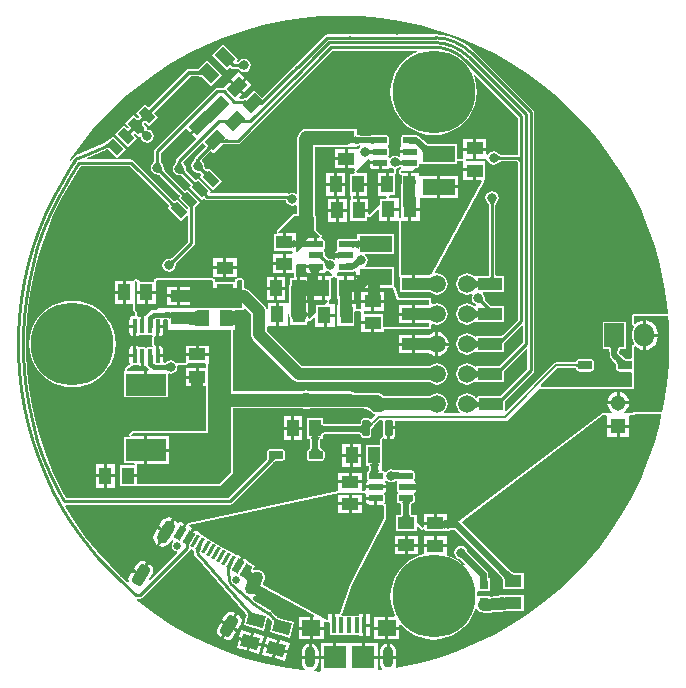
<source format=gtl>
G04*
G04 #@! TF.GenerationSoftware,Altium Limited,Altium Designer,25.1.2 (22)*
G04*
G04 Layer_Physical_Order=1*
G04 Layer_Color=255*
%FSLAX44Y44*%
%MOMM*%
G71*
G04*
G04 #@! TF.SameCoordinates,4DC4BC11-A5A9-46D6-A818-46A4CD50810F*
G04*
G04*
G04 #@! TF.FilePolarity,Positive*
G04*
G01*
G75*
%ADD10C,0.3000*%
%ADD11C,0.2000*%
%ADD18R,1.4700X1.0400*%
%ADD19R,1.0400X1.4700*%
%ADD20R,2.8000X1.3500*%
%ADD21R,2.0000X1.0200*%
G04:AMPARAMS|DCode=22|XSize=1.27mm|YSize=0.76mm|CornerRadius=0mm|HoleSize=0mm|Usage=FLASHONLY|Rotation=315.000|XOffset=0mm|YOffset=0mm|HoleType=Round|Shape=Rectangle|*
%AMROTATEDRECTD22*
4,1,4,-0.7177,0.1803,-0.1803,0.7177,0.7177,-0.1803,0.1803,-0.7177,-0.7177,0.1803,0.0*
%
%ADD22ROTATEDRECTD22*%

G04:AMPARAMS|DCode=23|XSize=1.21mm|YSize=0.58mm|CornerRadius=0.0725mm|HoleSize=0mm|Usage=FLASHONLY|Rotation=180.000|XOffset=0mm|YOffset=0mm|HoleType=Round|Shape=RoundedRectangle|*
%AMROUNDEDRECTD23*
21,1,1.2100,0.4350,0,0,180.0*
21,1,1.0650,0.5800,0,0,180.0*
1,1,0.1450,-0.5325,0.2175*
1,1,0.1450,0.5325,0.2175*
1,1,0.1450,0.5325,-0.2175*
1,1,0.1450,-0.5325,-0.2175*
%
%ADD23ROUNDEDRECTD23*%
%ADD24R,1.9000X1.9000*%
%ADD25R,1.6000X1.4000*%
%ADD26R,0.4000X1.3500*%
G04:AMPARAMS|DCode=27|XSize=0.3mm|YSize=1.15mm|CornerRadius=0mm|HoleSize=0mm|Usage=FLASHONLY|Rotation=330.000|XOffset=0mm|YOffset=0mm|HoleType=Round|Shape=Rectangle|*
%AMROTATEDRECTD27*
4,1,4,-0.4174,-0.4230,0.1576,0.5730,0.4174,0.4230,-0.1576,-0.5730,-0.4174,-0.4230,0.0*
%
%ADD27ROTATEDRECTD27*%

G04:AMPARAMS|DCode=28|XSize=0.6mm|YSize=1.15mm|CornerRadius=0mm|HoleSize=0mm|Usage=FLASHONLY|Rotation=330.000|XOffset=0mm|YOffset=0mm|HoleType=Round|Shape=Rectangle|*
%AMROTATEDRECTD28*
4,1,4,-0.5473,-0.3480,0.0277,0.6480,0.5473,0.3480,-0.0277,-0.6480,-0.5473,-0.3480,0.0*
%
%ADD28ROTATEDRECTD28*%

%ADD29R,3.4000X1.8500*%
G04:AMPARAMS|DCode=30|XSize=1.21mm|YSize=0.59mm|CornerRadius=0.0738mm|HoleSize=0mm|Usage=FLASHONLY|Rotation=0.000|XOffset=0mm|YOffset=0mm|HoleType=Round|Shape=RoundedRectangle|*
%AMROUNDEDRECTD30*
21,1,1.2100,0.4425,0,0,0.0*
21,1,1.0625,0.5900,0,0,0.0*
1,1,0.1475,0.5313,-0.2213*
1,1,0.1475,-0.5313,-0.2213*
1,1,0.1475,-0.5313,0.2213*
1,1,0.1475,0.5313,0.2213*
%
%ADD30ROUNDEDRECTD30*%
G04:AMPARAMS|DCode=31|XSize=1.32mm|YSize=0.6mm|CornerRadius=0.075mm|HoleSize=0mm|Usage=FLASHONLY|Rotation=90.000|XOffset=0mm|YOffset=0mm|HoleType=Round|Shape=RoundedRectangle|*
%AMROUNDEDRECTD31*
21,1,1.3200,0.4500,0,0,90.0*
21,1,1.1700,0.6000,0,0,90.0*
1,1,0.1500,0.2250,0.5850*
1,1,0.1500,0.2250,-0.5850*
1,1,0.1500,-0.2250,-0.5850*
1,1,0.1500,-0.2250,0.5850*
%
%ADD31ROUNDEDRECTD31*%
G04:AMPARAMS|DCode=32|XSize=1.21mm|YSize=0.73mm|CornerRadius=0.1825mm|HoleSize=0mm|Usage=FLASHONLY|Rotation=0.000|XOffset=0mm|YOffset=0mm|HoleType=Round|Shape=RoundedRectangle|*
%AMROUNDEDRECTD32*
21,1,1.2100,0.3650,0,0,0.0*
21,1,0.8450,0.7300,0,0,0.0*
1,1,0.3650,0.4225,-0.1825*
1,1,0.3650,-0.4225,-0.1825*
1,1,0.3650,-0.4225,0.1825*
1,1,0.3650,0.4225,0.1825*
%
%ADD32ROUNDEDRECTD32*%
%ADD33R,0.8000X0.8000*%
G04:AMPARAMS|DCode=34|XSize=1.04mm|YSize=1.47mm|CornerRadius=0mm|HoleSize=0mm|Usage=FLASHONLY|Rotation=315.000|XOffset=0mm|YOffset=0mm|HoleType=Round|Shape=Rectangle|*
%AMROTATEDRECTD34*
4,1,4,-0.8874,-0.1520,0.1520,0.8874,0.8874,0.1520,-0.1520,-0.8874,-0.8874,-0.1520,0.0*
%
%ADD34ROTATEDRECTD34*%

G04:AMPARAMS|DCode=35|XSize=1.04mm|YSize=1.47mm|CornerRadius=0mm|HoleSize=0mm|Usage=FLASHONLY|Rotation=75.000|XOffset=0mm|YOffset=0mm|HoleType=Round|Shape=Rectangle|*
%AMROTATEDRECTD35*
4,1,4,0.5754,-0.6925,-0.8445,-0.3121,-0.5754,0.6925,0.8445,0.3121,0.5754,-0.6925,0.0*
%
%ADD35ROTATEDRECTD35*%

G04:AMPARAMS|DCode=36|XSize=1.04mm|YSize=1.47mm|CornerRadius=0mm|HoleSize=0mm|Usage=FLASHONLY|Rotation=225.000|XOffset=0mm|YOffset=0mm|HoleType=Round|Shape=Rectangle|*
%AMROTATEDRECTD36*
4,1,4,-0.1520,0.8874,0.8874,-0.1520,0.1520,-0.8874,-0.8874,0.1520,-0.1520,0.8874,0.0*
%
%ADD36ROTATEDRECTD36*%

G04:AMPARAMS|DCode=37|XSize=1.21mm|YSize=0.42mm|CornerRadius=0.105mm|HoleSize=0mm|Usage=FLASHONLY|Rotation=90.000|XOffset=0mm|YOffset=0mm|HoleType=Round|Shape=RoundedRectangle|*
%AMROUNDEDRECTD37*
21,1,1.2100,0.2100,0,0,90.0*
21,1,1.0000,0.4200,0,0,90.0*
1,1,0.2100,0.1050,0.5000*
1,1,0.2100,0.1050,-0.5000*
1,1,0.2100,-0.1050,-0.5000*
1,1,0.2100,-0.1050,0.5000*
%
%ADD37ROUNDEDRECTD37*%
%ADD71C,0.2500*%
%ADD72C,1.0000*%
%ADD73C,2.0000*%
%ADD74C,0.4500*%
%ADD75C,0.5500*%
%ADD76C,0.6000*%
%ADD77C,0.5000*%
%ADD78C,1.0000*%
%ADD79C,1.1000*%
%ADD80C,0.7000*%
%ADD81C,1.2500*%
%ADD82C,0.4000*%
%ADD83C,1.2000*%
%ADD84C,1.1500*%
%ADD85O,0.9000X1.8000*%
%ADD86C,0.6500*%
G04:AMPARAMS|DCode=87|XSize=2.1mm|YSize=1mm|CornerRadius=0mm|HoleSize=0mm|Usage=FLASHONLY|Rotation=60.000|XOffset=0mm|YOffset=0mm|HoleType=Round|Shape=Round|*
%AMOVALD87*
21,1,1.1000,1.0000,0.0000,0.0000,60.0*
1,1,1.0000,-0.2750,-0.4763*
1,1,1.0000,0.2750,0.4763*
%
%ADD87OVALD87*%

G04:AMPARAMS|DCode=88|XSize=1.8mm|YSize=1mm|CornerRadius=0.25mm|HoleSize=0mm|Usage=FLASHONLY|Rotation=60.000|XOffset=0mm|YOffset=0mm|HoleType=Round|Shape=RoundedRectangle|*
%AMROUNDEDRECTD88*
21,1,1.8000,0.5000,0,0,60.0*
21,1,1.3000,1.0000,0,0,60.0*
1,1,0.5000,0.5415,0.4379*
1,1,0.5000,-0.1085,-0.6879*
1,1,0.5000,-0.5415,-0.4379*
1,1,0.5000,0.1085,0.6879*
%
%ADD88ROUNDEDRECTD88*%
%ADD89C,7.0000*%
%ADD90O,1.7000X2.0000*%
%ADD91R,1.7000X2.0000*%
%ADD92C,1.3080*%
%ADD93R,1.3080X1.3080*%
%ADD94C,1.5000*%
%ADD95C,0.8000*%
%ADD96C,1.2700*%
G36*
X296784Y557469D02*
X313506Y555949D01*
X330107Y553423D01*
X346524Y549898D01*
X362699Y545389D01*
X378572Y539912D01*
X394085Y533486D01*
X409182Y526135D01*
X423807Y517887D01*
X437908Y508770D01*
X451433Y498818D01*
X464332Y488068D01*
X476559Y476559D01*
X488068Y464332D01*
X498818Y451433D01*
X508770Y437908D01*
X517887Y423807D01*
X526135Y409182D01*
X533486Y394085D01*
X539912Y378572D01*
X545389Y362699D01*
X549898Y346524D01*
X553423Y330107D01*
X555949Y313506D01*
X556594Y306411D01*
X555737Y305473D01*
X527676D01*
X526510Y304990D01*
X526026Y303824D01*
Y297218D01*
X526172Y296867D01*
X526197Y296488D01*
X526404Y296307D01*
X526510Y296052D01*
X526860Y295906D01*
X527146Y295656D01*
X527564Y295514D01*
X528054Y294477D01*
X528081Y294246D01*
X528053Y294065D01*
X528030Y294035D01*
X527020Y291597D01*
X526676Y288980D01*
Y285980D01*
X527020Y283363D01*
X528030Y280925D01*
X528053Y280895D01*
X528081Y280714D01*
X528054Y280483D01*
X527564Y279446D01*
X527146Y279304D01*
X526860Y279054D01*
X526510Y278908D01*
X526404Y278653D01*
X526197Y278472D01*
X526172Y278093D01*
X526026Y277742D01*
Y268123D01*
X524757Y267151D01*
X524323Y267237D01*
X521714D01*
X521311Y267413D01*
X520716Y267751D01*
X520060Y268200D01*
X518465Y269531D01*
X517587Y270376D01*
X517479Y270418D01*
X517370Y270527D01*
X517339Y270573D01*
X517321Y270576D01*
X515502Y272395D01*
X515535Y272470D01*
X515559Y273369D01*
X515624Y274105D01*
X515725Y274712D01*
X515852Y275184D01*
X515988Y275516D01*
X516108Y275712D01*
X516188Y275798D01*
X516230Y275826D01*
X516277Y275843D01*
X516559Y275872D01*
X516713Y275956D01*
X521410D01*
Y299004D01*
X501362D01*
Y275956D01*
X506060D01*
X506214Y275872D01*
X506495Y275843D01*
X506543Y275826D01*
X506585Y275798D01*
X506665Y275712D01*
X506785Y275516D01*
X506920Y275184D01*
X507048Y274712D01*
X507149Y274105D01*
X507214Y273369D01*
X507237Y272470D01*
X507284Y272366D01*
Y270709D01*
X507596Y269139D01*
X508485Y267808D01*
X509379Y266914D01*
X509418Y266810D01*
X511372Y264718D01*
X512054Y263878D01*
X512458Y263305D01*
Y261271D01*
X512447Y261252D01*
X512458Y261201D01*
Y260172D01*
X512718Y258866D01*
X513459Y257758D01*
X514566Y257017D01*
X515873Y256758D01*
X524323D01*
X524757Y256844D01*
X526026Y255872D01*
Y243981D01*
X449369Y243981D01*
X448883Y245154D01*
X463152Y259424D01*
X478231D01*
X478401Y259348D01*
X478745Y259340D01*
X478986Y259319D01*
X479029Y259312D01*
X479118Y258866D01*
X479859Y257758D01*
X480966Y257017D01*
X482273Y256758D01*
X490723D01*
X492030Y257017D01*
X493137Y257758D01*
X493878Y258866D01*
X494138Y260172D01*
Y263822D01*
X493878Y265129D01*
X493137Y266237D01*
X492030Y266977D01*
X490723Y267237D01*
X482273D01*
X480966Y266977D01*
X479859Y266237D01*
X479118Y265129D01*
X479029Y264682D01*
X478986Y264675D01*
X478745Y264655D01*
X478401Y264646D01*
X478231Y264571D01*
X462086D01*
X461102Y264375D01*
X460267Y263817D01*
X419814Y223364D01*
X418544Y223890D01*
Y231824D01*
X442552Y255832D01*
X443165Y256750D01*
X443381Y257832D01*
X443381Y257832D01*
Y476229D01*
X443165Y477312D01*
X442552Y478229D01*
X392765Y528017D01*
X392764Y528018D01*
X392798Y528052D01*
X388022Y532241D01*
X382725Y535780D01*
X377012Y538597D01*
X370980Y540645D01*
X364732Y541888D01*
X360258Y542181D01*
X360143Y542204D01*
Y542204D01*
X360041Y542224D01*
X360041Y542224D01*
X358885Y542224D01*
X358884Y542224D01*
X358878Y542224D01*
X313958Y542224D01*
X288324D01*
X287464Y542242D01*
X287464Y542276D01*
X287069Y542250D01*
X285810Y542214D01*
X280263Y542175D01*
X268099D01*
X268099Y542175D01*
X267016Y541960D01*
X266099Y541347D01*
X257481Y532728D01*
X242914Y518162D01*
X242015Y517263D01*
X241046Y516443D01*
X240517Y515995D01*
X240267Y515809D01*
X240267Y515809D01*
X240247Y515790D01*
X237256Y512798D01*
X237256Y512798D01*
X227202Y502744D01*
X227202Y502744D01*
X213189Y488731D01*
X206473Y495447D01*
X199699Y488673D01*
X199570Y488628D01*
X199370Y488450D01*
X199215Y488336D01*
X199037Y488231D01*
X198831Y488134D01*
X198594Y488046D01*
X198324Y487970D01*
X198020Y487907D01*
X197680Y487859D01*
X197306Y487830D01*
X196857Y487819D01*
X196697Y487748D01*
X194301D01*
X193815Y488921D01*
X196234Y491340D01*
X190762Y496813D01*
X185289Y502286D01*
X179710Y496708D01*
X174946D01*
X174946Y496708D01*
X173864Y496493D01*
X172946Y495880D01*
X172946Y495880D01*
X122341Y445275D01*
X121728Y444357D01*
X121513Y443275D01*
Y435613D01*
X121443Y435463D01*
X121431Y435173D01*
X121403Y434961D01*
X121357Y434754D01*
X121292Y434547D01*
X121206Y434339D01*
X121096Y434127D01*
X120962Y433910D01*
X120800Y433688D01*
X120608Y433460D01*
X120351Y433191D01*
X120325Y433125D01*
X119138Y431348D01*
X118709Y429193D01*
X119138Y427038D01*
X120358Y425210D01*
X122186Y423989D01*
X124282Y423572D01*
X124347Y423544D01*
X124719Y423536D01*
X125015Y423511D01*
X125287Y423468D01*
X125536Y423410D01*
X125763Y423337D01*
X125971Y423251D01*
X126163Y423151D01*
X126342Y423036D01*
X126512Y422906D01*
X126726Y422710D01*
X126881Y422653D01*
X143018Y406516D01*
X143095Y406387D01*
X143125Y406309D01*
X143171Y406260D01*
X143659Y405448D01*
X142108Y403897D01*
X149377Y396628D01*
X149409Y396493D01*
X149525Y396422D01*
X149577Y396297D01*
X149800Y396204D01*
X150155Y395849D01*
X150183Y395750D01*
X150243Y395411D01*
X150312Y394587D01*
X149812Y394216D01*
X149068Y394035D01*
X140657Y402446D01*
X138997Y400786D01*
X138801Y400927D01*
X138558Y401132D01*
X138245Y401428D01*
X138083Y401491D01*
X104781Y434792D01*
X104781Y434792D01*
X104049Y435524D01*
X104049Y435525D01*
X103131Y436138D01*
X102049Y436353D01*
X65004D01*
X64743Y437596D01*
X80859Y444691D01*
X80881Y444686D01*
X80975Y444742D01*
X81095Y444795D01*
X81273Y444796D01*
X81469Y444878D01*
X82653Y445308D01*
X82816Y445228D01*
X90382Y437663D01*
X97911Y445192D01*
X86775Y456327D01*
X84124Y453677D01*
X84064Y453664D01*
X83974Y453526D01*
X82154Y451706D01*
X80366Y450745D01*
X79562Y450378D01*
X79439Y450246D01*
X55702Y439796D01*
X55503Y439657D01*
X55034Y439463D01*
X53614Y438373D01*
Y438373D01*
X52733Y437492D01*
X51993Y436609D01*
X51948Y436545D01*
X50972Y435170D01*
X49921Y435883D01*
X51230Y437908D01*
X61182Y451433D01*
X71932Y464332D01*
X83441Y476559D01*
X95668Y488068D01*
X108567Y498818D01*
X122092Y508770D01*
X136193Y517887D01*
X150818Y526135D01*
X165915Y533486D01*
X181428Y539912D01*
X197301Y545389D01*
X213476Y549898D01*
X229893Y553423D01*
X246494Y555949D01*
X263216Y557469D01*
X279828Y557971D01*
X280000Y557936D01*
X280172Y557971D01*
X296784Y557469D01*
D02*
G37*
G36*
X196126Y482898D02*
X195969Y483044D01*
X195809Y483176D01*
X195646Y483291D01*
X195479Y483392D01*
X195308Y483477D01*
X195133Y483546D01*
X194955Y483600D01*
X194773Y483639D01*
X194587Y483662D01*
X194398Y483670D01*
X196898Y486170D01*
X197391Y486182D01*
X197859Y486219D01*
X198300Y486280D01*
X198716Y486366D01*
X199106Y486477D01*
X199471Y486612D01*
X199809Y486772D01*
X200122Y486956D01*
X200408Y487165D01*
X200669Y487398D01*
X196126Y482898D01*
D02*
G37*
G36*
X175758Y474369D02*
X174680Y473254D01*
X174918Y473015D01*
X174799Y472993D01*
X174543Y472825D01*
X174151Y472510D01*
X172958Y471440D01*
X172425Y470920D01*
X168808Y467177D01*
X168700Y467284D01*
X167590Y466201D01*
X160519Y473272D01*
X161619Y474365D01*
X161500Y474484D01*
X161593Y474533D01*
X161825Y474725D01*
X162705Y475542D01*
X168687Y481440D01*
X175758Y474369D01*
D02*
G37*
G36*
X182061Y453818D02*
X182078Y453760D01*
X182152Y453709D01*
X182283Y453665D01*
X182470Y453627D01*
X182715Y453597D01*
X183374Y453556D01*
X184260Y453542D01*
X181760Y451042D01*
X181267Y451030D01*
X180800Y450993D01*
X180358Y450932D01*
X179942Y450846D01*
X179552Y450735D01*
X179188Y450600D01*
X178849Y450440D01*
X178537Y450256D01*
X178250Y450047D01*
X177988Y449814D01*
X182101Y453883D01*
X182061Y453818D01*
D02*
G37*
G36*
X307448Y449531D02*
X307292Y449603D01*
X307051Y449668D01*
X306725Y449724D01*
X306315Y449773D01*
X304573Y449876D01*
X302065Y449910D01*
Y454910D01*
X302986Y454913D01*
X307051Y455152D01*
X307292Y455216D01*
X307448Y455288D01*
Y449531D01*
D02*
G37*
G36*
X291705Y456935D02*
X291858Y456510D01*
X292110Y456135D01*
X292463Y455810D01*
X292915Y455535D01*
X293469Y455310D01*
X294122Y455135D01*
X294876Y455010D01*
X295730Y454935D01*
X296684Y454910D01*
Y449910D01*
X295734Y449899D01*
X293484Y449734D01*
X292934Y449636D01*
X292484Y449515D01*
X292134Y449373D01*
X291884Y449209D01*
X291734Y449023D01*
X291684Y448815D01*
X291653Y457410D01*
X291705Y456935D01*
D02*
G37*
G36*
X277050Y448815D02*
X265550Y448832D01*
Y460332D01*
X277050Y460349D01*
Y448815D01*
D02*
G37*
G36*
X83892Y446397D02*
X83909Y446662D01*
X83850Y446866D01*
X83715Y447009D01*
X83503Y447092D01*
X83216Y447114D01*
X82852Y447076D01*
X82412Y446977D01*
X81895Y446818D01*
X81303Y446597D01*
X80634Y446316D01*
X80246Y448877D01*
X81100Y449266D01*
X83155Y450372D01*
X83673Y450719D01*
X84105Y451057D01*
X84454Y451384D01*
X84719Y451701D01*
X84899Y452007D01*
X84996Y452303D01*
X83892Y446397D01*
D02*
G37*
G36*
X170425Y444907D02*
X170240Y445056D01*
X170036Y445153D01*
X169813Y445196D01*
X169573Y445186D01*
X169315Y445122D01*
X169039Y445005D01*
X168744Y444834D01*
X168432Y444610D01*
X168101Y444332D01*
X167752Y444001D01*
X165984Y445769D01*
X166315Y446118D01*
X166593Y446448D01*
X166817Y446761D01*
X166988Y447055D01*
X167105Y447332D01*
X167169Y447590D01*
X167180Y447830D01*
X167136Y448052D01*
X167040Y448256D01*
X166890Y448442D01*
X170425Y444907D01*
D02*
G37*
G36*
X349654Y450274D02*
X351496Y448712D01*
X352310Y448144D01*
X353053Y447716D01*
X353724Y447430D01*
X354324Y447286D01*
X354853Y447283D01*
X355311Y447421D01*
X355697Y447701D01*
X348656Y440660D01*
X348936Y441046D01*
X349074Y441504D01*
X349071Y442033D01*
X348927Y442633D01*
X348641Y443304D01*
X348214Y444047D01*
X347645Y444861D01*
X346935Y445747D01*
X345090Y447731D01*
X348626Y451267D01*
X349654Y450274D01*
D02*
G37*
G36*
X303027Y445370D02*
X303343Y445108D01*
X303664Y444877D01*
X303991Y444677D01*
X304324Y444508D01*
X304663Y444369D01*
X305007Y444261D01*
X305357Y444184D01*
X305440Y444174D01*
X305822Y444235D01*
X306158Y444322D01*
X306442Y444434D01*
X306674Y444571D01*
X306854Y444733D01*
X306982Y444919D01*
X307058Y445131D01*
X307083Y445367D01*
X307115Y440390D01*
X307088Y440624D01*
X307008Y440834D01*
X306877Y441019D01*
X306693Y441179D01*
X306458Y441315D01*
X306171Y441426D01*
X305832Y441512D01*
X305458Y441571D01*
X305379Y441561D01*
X305030Y441483D01*
X304687Y441373D01*
X304351Y441233D01*
X304022Y441061D01*
X303698Y440858D01*
X303382Y440624D01*
X303072Y440359D01*
X302768Y440062D01*
X302717Y445662D01*
X303027Y445370D01*
D02*
G37*
G36*
X343980Y528519D02*
X344232Y527249D01*
X341741Y526217D01*
X336839Y523214D01*
X332468Y519480D01*
X328734Y515108D01*
X325730Y510207D01*
X323530Y504895D01*
X322188Y499305D01*
X321737Y493574D01*
X322188Y487842D01*
X323530Y482252D01*
X325730Y476941D01*
X328734Y472039D01*
X332468Y467668D01*
X336839Y463934D01*
X341741Y460930D01*
X347053Y458730D01*
X352643Y457388D01*
X358374Y456937D01*
X364105Y457388D01*
X369696Y458730D01*
X375007Y460930D01*
X379909Y463934D01*
X384280Y467668D01*
X388014Y472039D01*
X391018Y476941D01*
X393218Y482252D01*
X394560Y487842D01*
X395011Y493574D01*
X394560Y499305D01*
X393218Y504895D01*
X392186Y507387D01*
X393263Y508106D01*
X429676Y471693D01*
Y440290D01*
X415590D01*
X415440Y440359D01*
X415151Y440372D01*
X414939Y440400D01*
X414731Y440446D01*
X414524Y440511D01*
X414316Y440597D01*
X414104Y440706D01*
X413887Y440840D01*
X413665Y441003D01*
X413437Y441194D01*
X413169Y441452D01*
X413103Y441478D01*
X411325Y442665D01*
X409170Y443094D01*
X407015Y442665D01*
X405187Y441444D01*
X404308Y440127D01*
X403037Y440512D01*
Y443803D01*
X394417D01*
Y436733D01*
X402388D01*
X403037Y436733D01*
X403867Y435807D01*
X403967Y435306D01*
X405187Y433479D01*
X407015Y432258D01*
X409170Y431829D01*
X411325Y432258D01*
X413103Y433445D01*
X413169Y433471D01*
X413437Y433728D01*
X413665Y433920D01*
X413887Y434082D01*
X414104Y434217D01*
X414316Y434326D01*
X414524Y434412D01*
X414731Y434477D01*
X414939Y434523D01*
X415151Y434551D01*
X415440Y434563D01*
X415590Y434633D01*
X428677D01*
X429676Y433634D01*
Y330448D01*
X429676Y330448D01*
Y300656D01*
X416771Y287751D01*
X416603Y287684D01*
X416094Y287187D01*
X415707Y286835D01*
X415447Y286624D01*
X394496D01*
Y286624D01*
X393226Y286186D01*
X392984Y286425D01*
X392849Y286480D01*
X391021Y287882D01*
X388826Y288792D01*
X386470Y289102D01*
X384114Y288792D01*
X381919Y287882D01*
X380034Y286436D01*
X378588Y284551D01*
X377678Y282356D01*
X377368Y280000D01*
X377678Y277644D01*
X378588Y275449D01*
X380034Y273564D01*
X381919Y272118D01*
X384114Y271208D01*
X386470Y270898D01*
X388826Y271208D01*
X391021Y272118D01*
X392849Y273520D01*
X392984Y273575D01*
X393226Y273814D01*
X394496Y273376D01*
Y273376D01*
X417544D01*
Y279215D01*
X417603Y279339D01*
X417618Y279606D01*
X417649Y279796D01*
X417701Y279997D01*
X417777Y280212D01*
X417883Y280441D01*
X418020Y280686D01*
X418190Y280946D01*
X418397Y281219D01*
X418641Y281505D01*
X418950Y281830D01*
X419013Y281993D01*
X432527Y295507D01*
X433700Y295021D01*
Y281380D01*
X413544Y261224D01*
X394496D01*
Y261224D01*
X393226Y260786D01*
X392984Y261025D01*
X392849Y261080D01*
X391021Y262482D01*
X388826Y263392D01*
X386470Y263702D01*
X384114Y263392D01*
X381919Y262482D01*
X380034Y261036D01*
X378588Y259151D01*
X377678Y256956D01*
X377368Y254600D01*
X377678Y252244D01*
X378588Y250049D01*
X380034Y248164D01*
X381919Y246718D01*
X384114Y245808D01*
X386470Y245498D01*
X388826Y245808D01*
X391021Y246718D01*
X392849Y248120D01*
X392984Y248175D01*
X393226Y248414D01*
X394496Y247976D01*
Y247976D01*
X417544D01*
Y257224D01*
X436550Y276231D01*
X437724Y275745D01*
Y259004D01*
X414544Y235824D01*
X395496D01*
Y235034D01*
X394226Y234457D01*
X393720Y234900D01*
X392984Y235625D01*
X392849Y235680D01*
X391021Y237082D01*
X388826Y237992D01*
X386470Y238302D01*
X384114Y237992D01*
X381919Y237082D01*
X380034Y235636D01*
X378588Y233751D01*
X377678Y231556D01*
X377368Y229200D01*
X377678Y226844D01*
X378588Y224649D01*
X380034Y222764D01*
X380395Y222487D01*
X379964Y221217D01*
X367576D01*
X367145Y222487D01*
X367506Y222764D01*
X368952Y224649D01*
X369862Y226844D01*
X370172Y229200D01*
X369862Y231556D01*
X368952Y233751D01*
X367506Y235636D01*
X365621Y237082D01*
X363426Y237992D01*
X361070Y238302D01*
X358714Y237992D01*
X356519Y237082D01*
X355206Y236075D01*
X351815Y235896D01*
X351724Y235900D01*
X351704Y235902D01*
X351698Y235901D01*
X351648Y235903D01*
X351599Y235885D01*
X351568Y235883D01*
X351487Y235917D01*
X351382Y235873D01*
X350893Y235847D01*
X350844Y235824D01*
X331777D01*
X331553Y235917D01*
X331548Y235914D01*
X331542Y235917D01*
X323023Y235860D01*
X320531Y235900D01*
X318000Y236050D01*
X316021Y236294D01*
X315442Y236408D01*
X315285Y236613D01*
X313922Y237659D01*
X312335Y238316D01*
X310632Y238540D01*
X310114D01*
X310108Y238543D01*
X308405Y238767D01*
X300998D01*
X300192Y238816D01*
X300147Y238801D01*
X300103Y238819D01*
X297659Y238836D01*
X297654Y238834D01*
X297648Y238836D01*
X297481Y238767D01*
X291313D01*
X290893Y239090D01*
X289184Y239798D01*
X287350Y240039D01*
X253807D01*
X252633Y240526D01*
X250578Y240796D01*
X248522Y240526D01*
X247348Y240039D01*
X188251D01*
Y292063D01*
X189860D01*
Y296399D01*
X189734Y296374D01*
X188853Y296119D01*
X188168Y295818D01*
X187679Y295471D01*
X187385Y295077D01*
X187287Y294636D01*
Y300683D01*
X182120D01*
Y303223D01*
X187287D01*
Y309270D01*
X187385Y308830D01*
X187679Y308436D01*
X188168Y308089D01*
X188853Y307787D01*
X189734Y307533D01*
X189860Y307508D01*
Y308598D01*
X195812D01*
X196979Y309081D01*
X197366Y310016D01*
X198635Y310542D01*
X203786Y305392D01*
Y288211D01*
X204010Y286508D01*
X204667Y284921D01*
X205713Y283558D01*
X239324Y249947D01*
X240686Y248901D01*
X242274Y248244D01*
X243977Y248020D01*
X321381D01*
X321546Y247950D01*
X331118Y247908D01*
X331317Y247900D01*
X331345Y247897D01*
X331353Y247899D01*
X331390Y247897D01*
X331458Y247923D01*
X331553Y247883D01*
X331777Y247976D01*
X350914D01*
X350975Y247950D01*
X351328Y247949D01*
X351487Y247883D01*
X351493Y247886D01*
X351498Y247883D01*
X353869Y247900D01*
X354325Y247889D01*
X355004Y247837D01*
X355073Y247827D01*
X356519Y246718D01*
X358714Y245808D01*
X361070Y245498D01*
X363426Y245808D01*
X365621Y246718D01*
X367506Y248164D01*
X368952Y250049D01*
X369862Y252244D01*
X370172Y254600D01*
X369862Y256956D01*
X368952Y259151D01*
X367506Y261036D01*
X365621Y262482D01*
X363426Y263392D01*
X361070Y263702D01*
X358714Y263392D01*
X356519Y262482D01*
X355206Y261475D01*
X351815Y261296D01*
X351724Y261299D01*
X351704Y261302D01*
X351698Y261301D01*
X351648Y261303D01*
X351599Y261285D01*
X351568Y261283D01*
X351487Y261317D01*
X351382Y261273D01*
X350893Y261247D01*
X350844Y261224D01*
X331777D01*
X331553Y261317D01*
X331548Y261314D01*
X331542Y261317D01*
X321542Y261250D01*
X321378Y261180D01*
X246702D01*
X216946Y290936D01*
Y294854D01*
X218021Y295326D01*
X218216Y295326D01*
X225091D01*
Y305216D01*
Y315106D01*
X218021D01*
Y309686D01*
X216751Y309603D01*
X216722Y309821D01*
X216064Y311408D01*
X215019Y312771D01*
X202666Y325123D01*
X201304Y326169D01*
X199717Y326826D01*
X198014Y327050D01*
X197462D01*
Y334041D01*
X196979Y335207D01*
X195812Y335690D01*
X192660D01*
X192446Y335602D01*
X192217Y335630D01*
X191078Y335313D01*
X190745Y335052D01*
X190355Y334890D01*
X190266Y334677D01*
X190084Y334534D01*
X190033Y334114D01*
X189872Y333724D01*
Y332708D01*
X174564D01*
X173391Y332771D01*
X173391Y333724D01*
X173229Y334114D01*
X173178Y334534D01*
X172996Y334677D01*
X172908Y334890D01*
X172517Y335052D01*
X172184Y335313D01*
X171045Y335630D01*
X170816Y335602D01*
X170602Y335690D01*
X124096D01*
X123937Y335625D01*
X123768Y335657D01*
X122596Y335420D01*
X122200Y335153D01*
X121758Y334970D01*
X121692Y334811D01*
X121549Y334715D01*
X121458Y334245D01*
X121275Y333803D01*
X121275Y332787D01*
X110212D01*
X109022Y333253D01*
X108765Y333564D01*
X108611Y333937D01*
X108379Y334033D01*
X108219Y334227D01*
X106949Y334903D01*
X106703Y334926D01*
X106498Y335064D01*
X106098Y334985D01*
X105692Y335024D01*
X105502Y334867D01*
X105260Y334819D01*
X104697Y334445D01*
X104552Y334282D01*
X104445Y334238D01*
X104124Y333803D01*
X97654D01*
Y323913D01*
Y314023D01*
X103962D01*
Y309250D01*
X104445Y308083D01*
X105693Y306835D01*
Y303758D01*
X104223D01*
X102822Y303479D01*
X101635Y302686D01*
X100841Y301498D01*
X100563Y300098D01*
Y296368D01*
X105273D01*
Y295098D01*
X106543D01*
Y286481D01*
X107724Y286716D01*
X108911Y287509D01*
X108913Y287513D01*
X109719Y287673D01*
X110723Y287473D01*
X112823D01*
X113827Y287673D01*
X114099Y287854D01*
X115023Y288137D01*
X115947Y287854D01*
X116219Y287673D01*
X117223Y287473D01*
X119323D01*
X119719Y287552D01*
X119784Y287509D01*
X120495Y286411D01*
X120461Y286331D01*
X120194Y285894D01*
X120226Y285763D01*
X120174Y285638D01*
Y279457D01*
X120226Y279333D01*
X120194Y279201D01*
X120461Y278764D01*
X120495Y278684D01*
X119784Y277586D01*
X119719Y277543D01*
X119323Y277622D01*
X117223D01*
X116219Y277422D01*
X115947Y277241D01*
X115023Y276959D01*
X114099Y277241D01*
X113827Y277422D01*
X112823Y277622D01*
X110723D01*
X109719Y277422D01*
X108913Y277582D01*
X108911Y277586D01*
X107724Y278379D01*
X106543Y278614D01*
Y269998D01*
X105273D01*
Y268728D01*
X100563D01*
Y264998D01*
X100841Y263597D01*
X101003Y263354D01*
X100745Y262111D01*
X97770Y260197D01*
X97535Y259859D01*
X97215Y259600D01*
X97189Y259359D01*
X97051Y259160D01*
X97124Y258755D01*
X97080Y258345D01*
X97242Y257794D01*
X96390Y256524D01*
X96192D01*
Y234976D01*
X133239D01*
Y254114D01*
X134510Y255130D01*
X135697Y254894D01*
X137853Y255323D01*
X139680Y256544D01*
X140901Y258371D01*
X141329Y260526D01*
X141142Y261469D01*
X141948Y262451D01*
X148556D01*
X149723Y262934D01*
X150206Y264101D01*
Y264147D01*
X164543D01*
X165222Y263131D01*
Y259811D01*
X159717D01*
Y252071D01*
Y244331D01*
X165222D01*
Y206178D01*
X103642D01*
X102476Y205695D01*
X101160Y204380D01*
X101034Y204077D01*
X100802Y203845D01*
Y203517D01*
X100677Y203213D01*
X100802Y202910D01*
Y202582D01*
X100922Y202294D01*
X100073Y201024D01*
X96192D01*
Y179476D01*
X104391D01*
X104786Y179189D01*
X105168Y178484D01*
X104696Y177214D01*
X92491D01*
Y159466D01*
X105939D01*
Y159466D01*
X106456Y159811D01*
X106955Y159604D01*
X176784D01*
X177950Y160087D01*
X187768Y169905D01*
X188251Y171072D01*
Y225870D01*
X246863D01*
X248522Y225183D01*
X250578Y224912D01*
X252633Y225183D01*
X253656Y225606D01*
X297443D01*
X297593Y225538D01*
X298922Y225494D01*
X300104Y225369D01*
X301192Y225165D01*
X302188Y224885D01*
X303095Y224532D01*
X303918Y224108D01*
X304663Y223613D01*
X305336Y223046D01*
X305944Y222400D01*
X306543Y221602D01*
X306636Y221547D01*
X306675Y221447D01*
X306971Y221318D01*
X307494Y220968D01*
X308382Y220791D01*
X308528D01*
X309054Y219522D01*
X305896Y216363D01*
X305021Y216450D01*
X304269Y216952D01*
X303382Y217129D01*
X298882D01*
X297994Y216952D01*
X297242Y216449D01*
X296740Y215697D01*
X296563Y214810D01*
Y213176D01*
X296538Y213129D01*
X296509Y212849D01*
X296493Y212804D01*
X296466Y212764D01*
X296379Y212684D01*
X296181Y212563D01*
X295845Y212427D01*
X295368Y212299D01*
X294754Y212198D01*
X294012Y212133D01*
X293105Y212109D01*
X293001Y212063D01*
X268187D01*
X268083Y212109D01*
X267178Y212133D01*
X266436Y212198D01*
X265823Y212299D01*
X265346Y212427D01*
X265011Y212563D01*
X264812Y212684D01*
X264724Y212765D01*
X264696Y212807D01*
X264680Y212853D01*
X264650Y213134D01*
X264597Y213231D01*
Y217768D01*
X251149D01*
Y200020D01*
X252647D01*
X252800Y199936D01*
X253082Y199907D01*
X253130Y199890D01*
X253171Y199862D01*
X253252Y199775D01*
X253371Y199580D01*
X253507Y199248D01*
X253634Y198776D01*
X253735Y198169D01*
X253800Y197432D01*
X253824Y196533D01*
X253870Y196430D01*
Y195014D01*
X253824Y194909D01*
X253800Y193927D01*
X253734Y193109D01*
X253630Y192423D01*
X253496Y191875D01*
X253347Y191474D01*
X253232Y191263D01*
X252885Y191194D01*
X251883Y190524D01*
X251776Y190475D01*
X251757Y190424D01*
X251721Y190369D01*
X251658Y190330D01*
X251636Y190242D01*
X251038Y189347D01*
X250778Y188040D01*
Y184390D01*
X251038Y183083D01*
X251778Y181975D01*
X252885Y181235D01*
X254192Y180975D01*
X262642D01*
X263949Y181235D01*
X265057Y181975D01*
X265797Y183083D01*
X266057Y184390D01*
Y188040D01*
X265797Y189347D01*
X265057Y190454D01*
X263949Y191194D01*
X263254Y191333D01*
X263079Y191420D01*
X262810Y191438D01*
X262789Y191445D01*
X262768Y191458D01*
X262697Y191535D01*
X262579Y191731D01*
X262442Y192075D01*
X262314Y192567D01*
X262211Y193203D01*
X262146Y193973D01*
X262122Y194911D01*
X262076Y195015D01*
Y196430D01*
X262122Y196533D01*
X262146Y197432D01*
X262211Y198169D01*
X262312Y198776D01*
X262439Y199248D01*
X262575Y199580D01*
X262694Y199775D01*
X262775Y199862D01*
X262817Y199890D01*
X262864Y199907D01*
X263146Y199936D01*
X263300Y200020D01*
X264597D01*
Y201515D01*
X264623Y201577D01*
X264597Y201639D01*
Y201693D01*
X264613Y201749D01*
X264597Y201780D01*
Y202689D01*
X264650Y202786D01*
X264680Y203067D01*
X264696Y203113D01*
X264724Y203155D01*
X264812Y203236D01*
X265011Y203357D01*
X265346Y203493D01*
X265823Y203621D01*
X266436Y203722D01*
X267178Y203787D01*
X268083Y203811D01*
X268187Y203857D01*
X293001D01*
X293105Y203811D01*
X294015Y203787D01*
X294762Y203722D01*
X295379Y203621D01*
X295860Y203493D01*
X296200Y203356D01*
X296403Y203234D01*
X296493Y203151D01*
X296521Y203109D01*
X296537Y203065D01*
X296568Y202786D01*
X296661Y202616D01*
X296740Y202223D01*
X297242Y201471D01*
X297994Y200968D01*
X298882Y200791D01*
X303382D01*
X304269Y200968D01*
X305021Y201471D01*
X305524Y202223D01*
X305700Y203110D01*
Y207962D01*
X305732Y208029D01*
X305742Y208223D01*
X305760Y208337D01*
X305793Y208464D01*
X305844Y208606D01*
X305912Y208754D01*
X307564Y210636D01*
X308171Y211252D01*
X308244Y211433D01*
X312881Y216070D01*
X314578D01*
X315563Y214810D01*
Y203110D01*
X315585Y202998D01*
X315480Y201986D01*
X314789Y201359D01*
X314181Y201034D01*
X314023Y200841D01*
X313792Y200745D01*
X313637Y200371D01*
X313380Y200058D01*
X313404Y199809D01*
X313309Y199579D01*
Y194525D01*
X300849D01*
Y176777D01*
X302743D01*
X302896Y176694D01*
X303226Y176659D01*
X303316Y176627D01*
X303395Y176574D01*
X303508Y176453D01*
X303655Y176212D01*
X303813Y175825D01*
X303958Y175288D01*
X304010Y174973D01*
X304002Y174920D01*
X303880Y174397D01*
X303732Y173945D01*
X303563Y173561D01*
X303376Y173241D01*
X303175Y172976D01*
X302958Y172756D01*
X302632Y172505D01*
X302569Y172395D01*
X302453Y172345D01*
X302334Y172043D01*
X302021Y171575D01*
X301847Y170698D01*
Y166348D01*
X302021Y165470D01*
X302518Y164726D01*
X301888Y163620D01*
X301786Y163552D01*
X301064Y162472D01*
X300811Y161198D01*
Y160293D01*
X309465D01*
X318119D01*
Y161198D01*
X317866Y162472D01*
X317144Y163552D01*
X317042Y163620D01*
X316980Y163727D01*
X317168Y164081D01*
X317528Y164202D01*
X318721Y164296D01*
X320242Y163280D01*
X322397Y162851D01*
X324553Y163280D01*
X325717Y164058D01*
X326693Y164080D01*
X327214Y164076D01*
X327618Y162819D01*
X327121Y162075D01*
X326947Y161198D01*
Y156848D01*
X327121Y155970D01*
X327618Y155226D01*
X327990Y154978D01*
X328036Y154835D01*
X328036Y153711D01*
X327990Y153567D01*
X327618Y153319D01*
X327121Y152575D01*
X326947Y151698D01*
Y147348D01*
X327121Y146470D01*
X327618Y145726D01*
X328362Y145229D01*
X329240Y145055D01*
X329865D01*
X329913Y145029D01*
X330193Y145000D01*
X330237Y144985D01*
X330277Y144958D01*
X330357Y144872D01*
X330477Y144674D01*
X330614Y144338D01*
X330742Y143861D01*
X330843Y143247D01*
X330908Y142504D01*
X330932Y141597D01*
X330978Y141493D01*
X330978Y138707D01*
X330932Y138603D01*
X330908Y137698D01*
X330843Y136956D01*
X330742Y136343D01*
X330614Y135866D01*
X330477Y135531D01*
X330357Y135332D01*
X330275Y135244D01*
X330234Y135216D01*
X330188Y135200D01*
X329907Y135170D01*
X329810Y135117D01*
X326207D01*
Y121669D01*
X343955D01*
Y125128D01*
X345128Y125614D01*
X347425Y123317D01*
X347729Y123191D01*
X347961Y122959D01*
X348289D01*
X348592Y122834D01*
X348895Y122959D01*
X349223D01*
X349511Y123079D01*
X350781Y122230D01*
Y121407D01*
X366557D01*
X366646Y121347D01*
X366814Y121380D01*
X366972Y121314D01*
X367196Y121407D01*
X368529D01*
Y121407D01*
X369799Y121795D01*
X369944Y121723D01*
X370215Y121704D01*
X370449Y121565D01*
X370821Y121661D01*
X371203Y121634D01*
X371409Y121812D01*
X371672Y121880D01*
X373021Y122893D01*
X373080Y122918D01*
X375740D01*
X412812Y85847D01*
X412843Y85765D01*
X415195Y83247D01*
X416032Y82215D01*
X416673Y81310D01*
X416734Y81206D01*
Y78839D01*
X416727Y78830D01*
X416734Y78781D01*
Y78663D01*
X416679Y78558D01*
X416734Y78380D01*
Y72750D01*
X434482D01*
Y86198D01*
X429459D01*
X429450Y86205D01*
X429401Y86198D01*
X426739D01*
X426309Y86384D01*
X425568Y86806D01*
X424747Y87370D01*
X422776Y89022D01*
X421685Y90072D01*
X421600Y90105D01*
X382724Y128981D01*
X382813Y130248D01*
X501898Y219698D01*
X504282D01*
X505394Y219317D01*
X505394Y218428D01*
Y211507D01*
X514474D01*
X523554D01*
Y218428D01*
X523554Y219317D01*
X524666Y219698D01*
X527255D01*
X528421Y220181D01*
X528593Y220596D01*
X550415Y220587D01*
X551213Y219599D01*
X549898Y213476D01*
X545389Y197301D01*
X539912Y181428D01*
X533486Y165915D01*
X526135Y150818D01*
X517887Y136193D01*
X508770Y122092D01*
X498818Y108567D01*
X488068Y95668D01*
X476559Y83441D01*
X464332Y71932D01*
X451433Y61182D01*
X437908Y51230D01*
X423807Y42113D01*
X409182Y33865D01*
X394085Y26514D01*
X378572Y20088D01*
X362699Y14611D01*
X346524Y10102D01*
X330107Y6578D01*
X326686Y6057D01*
X326041Y7243D01*
X326629Y8662D01*
X326871Y10500D01*
Y13730D01*
X319770D01*
X312669D01*
Y10500D01*
X312911Y8662D01*
X313621Y6950D01*
X314749Y5479D01*
X314811Y5431D01*
X314495Y4201D01*
X313506Y4051D01*
X311748Y3891D01*
X310810Y4748D01*
Y13730D01*
X298770D01*
Y15000D01*
X297500D01*
Y27040D01*
X286730D01*
Y27040D01*
X276040D01*
Y15000D01*
X274770D01*
Y13730D01*
X262730D01*
Y3851D01*
X261576Y2680D01*
X257501Y3051D01*
X257304Y4344D01*
X257320Y4351D01*
X258791Y5479D01*
X259919Y6950D01*
X260629Y8662D01*
X260871Y10500D01*
Y13730D01*
X253770D01*
X246669D01*
Y10500D01*
X246911Y8662D01*
X247621Y6950D01*
X248749Y5479D01*
X249278Y5073D01*
X248797Y3842D01*
X246494Y4051D01*
X229893Y6578D01*
X213476Y10102D01*
X197301Y14611D01*
X181428Y20088D01*
X165915Y26514D01*
X150818Y33865D01*
X136193Y42113D01*
X122092Y51230D01*
X108567Y61182D01*
X106132Y63211D01*
X106161Y63391D01*
X106292Y63706D01*
X107329Y64457D01*
X109400D01*
X110482Y64672D01*
X111400Y65285D01*
X111400Y65285D01*
X112035Y65921D01*
X112035Y65921D01*
X151129Y105015D01*
X151742Y105932D01*
X153148Y106490D01*
X155490Y105138D01*
X155387Y103968D01*
X155337Y103720D01*
X155768Y101555D01*
X156744Y100095D01*
X156787Y100021D01*
X198664Y52390D01*
X198665Y52374D01*
X198730Y52316D01*
X198839Y52191D01*
X198894Y52022D01*
X199335Y51503D01*
X199676Y51066D01*
X199931Y50699D01*
X200015Y50559D01*
X199989Y50460D01*
X199924Y50396D01*
X199923Y50266D01*
X199844Y50161D01*
X199867Y50005D01*
X197659Y41765D01*
X214802Y37171D01*
X217626Y47711D01*
X218856Y48026D01*
X220601Y46205D01*
X220663Y46038D01*
X221128Y45535D01*
X221488Y45114D01*
X221757Y44761D01*
X221810Y44679D01*
X221807Y44667D01*
X221752Y44615D01*
X221747Y44489D01*
X221669Y44391D01*
X221688Y44222D01*
X219464Y35922D01*
X236607Y31329D01*
X240088Y44318D01*
X229034Y47280D01*
X228982Y47336D01*
X228806Y47342D01*
X227369Y47726D01*
X227206Y47835D01*
X226850Y48109D01*
X225935Y48934D01*
X225423Y49452D01*
X225258Y49521D01*
X220800Y54174D01*
X220488Y54392D01*
X220205Y54647D01*
X219914Y54820D01*
X209404Y61078D01*
X208395Y61780D01*
X208332Y61806D01*
X207358Y62544D01*
X205257Y64337D01*
X205702Y65628D01*
X207253Y66270D01*
X208284Y67062D01*
X207788Y67700D01*
X207265Y68235D01*
X206762Y68607D01*
X206278Y68815D01*
X205814Y68861D01*
X205368Y68743D01*
X204942Y68462D01*
X204535Y68018D01*
X212488Y78547D01*
X212142Y77991D01*
X211897Y77372D01*
X211753Y76691D01*
X211710Y75948D01*
X211768Y75142D01*
X211927Y74274D01*
X212187Y73344D01*
X212313Y72997D01*
X213228Y74581D01*
X256996Y50269D01*
X256677Y49040D01*
X256040D01*
Y40770D01*
X265310D01*
Y44399D01*
X266404Y45043D01*
X267334Y44527D01*
X267549Y44502D01*
X267722Y44372D01*
X268155Y44432D01*
X268589Y44383D01*
X268758Y44517D01*
X268972Y44547D01*
X268976Y44549D01*
X270246Y43823D01*
Y33476D01*
X276746D01*
Y33476D01*
X283246D01*
Y33476D01*
X290294D01*
Y33476D01*
X295230D01*
Y32460D01*
X298500D01*
Y41750D01*
Y51040D01*
X295230D01*
Y50024D01*
X289746D01*
Y50024D01*
X283794D01*
Y50024D01*
X281053D01*
X280226Y51294D01*
X280307Y51478D01*
X280308Y51527D01*
X280342Y51563D01*
X289427Y75672D01*
X317871Y131880D01*
X317900Y132266D01*
X318048Y132624D01*
Y143085D01*
X318009Y143180D01*
X318037Y143279D01*
X317773Y143751D01*
X317565Y144251D01*
X317470Y144291D01*
X317420Y144380D01*
X317082Y144647D01*
X316411Y145726D01*
X316908Y146470D01*
X317083Y147348D01*
Y151698D01*
X316908Y152575D01*
X316411Y153319D01*
X317042Y154426D01*
X317144Y154494D01*
X317866Y155574D01*
X318119Y156848D01*
Y157753D01*
X309465D01*
X300811D01*
Y157122D01*
X300688Y156749D01*
X299695Y155949D01*
X297400D01*
Y162196D01*
X287510D01*
X277620D01*
Y155839D01*
X151061Y128545D01*
X150775Y128347D01*
X150437Y128265D01*
X150276Y128002D01*
X150022Y127827D01*
X150007Y127742D01*
X149602Y127448D01*
X145050Y119565D01*
X142851Y120835D01*
X146995Y128014D01*
X143298Y130149D01*
X142409Y128609D01*
X140995Y128701D01*
X140712Y129385D01*
X139503Y130961D01*
X138945Y131389D01*
X132476Y120185D01*
X126007Y108980D01*
X126658Y108711D01*
X128626Y108452D01*
X130594Y108711D01*
X132428Y109471D01*
X134003Y110679D01*
X135212Y112254D01*
X136454Y114405D01*
X137750Y114111D01*
X137751Y114110D01*
X137881Y113644D01*
X137823Y112807D01*
X137783Y112721D01*
X137485Y112275D01*
X137045Y111774D01*
X136937Y111455D01*
X136767Y111201D01*
X136649Y110607D01*
X136434Y109975D01*
X136456Y109639D01*
X136397Y109340D01*
X136515Y108746D01*
X136558Y108080D01*
X136707Y107778D01*
X136767Y107479D01*
X137103Y106975D01*
X137398Y106377D01*
X137651Y106155D01*
X137821Y105901D01*
X138324Y105564D01*
X138826Y105124D01*
X139145Y105016D01*
X139399Y104847D01*
X139993Y104728D01*
X140625Y104514D01*
X140847Y104529D01*
X141044Y104317D01*
X141348Y103523D01*
X141372Y103258D01*
X118040Y79925D01*
X117032Y80698D01*
X120341Y86430D01*
X120986Y88328D01*
X120855Y90329D01*
X119968Y92127D01*
X118460Y93449D01*
X117395Y94064D01*
X111576Y83985D01*
X110476Y84620D01*
X109841Y83520D01*
X103226Y87339D01*
X100611Y82810D01*
X99966Y80912D01*
X100082Y79148D01*
X99443Y78650D01*
X98951Y78455D01*
X93856Y83008D01*
X93190Y83674D01*
X76477Y101165D01*
X72924Y105140D01*
X63445Y117026D01*
X54666Y129399D01*
X47016Y140847D01*
X45987Y142786D01*
X46751Y144056D01*
X185487D01*
X186569Y144272D01*
X187487Y144885D01*
X222089Y179487D01*
X222224Y179529D01*
X222250Y179580D01*
X222304Y179601D01*
X222689Y179970D01*
X223024Y180262D01*
X223331Y180500D01*
X223606Y180685D01*
X223843Y180819D01*
X224037Y180907D01*
X224184Y180954D01*
X224280Y180972D01*
X224333Y180974D01*
X224494Y180954D01*
X224572Y180975D01*
X229042D01*
X230349Y181235D01*
X231457Y181975D01*
X232197Y183083D01*
X232457Y184390D01*
Y188040D01*
X232197Y189347D01*
X231457Y190454D01*
X230349Y191194D01*
X229042Y191454D01*
X220592D01*
X219286Y191194D01*
X218178Y190454D01*
X217438Y189347D01*
X217178Y188040D01*
Y184390D01*
X217431Y183115D01*
X217434Y183075D01*
X216721Y182219D01*
X216657Y182054D01*
X184316Y149713D01*
X47059D01*
X42783Y157450D01*
X36284Y170944D01*
X30553Y184781D01*
X25606Y198917D01*
X21460Y213309D01*
X18128Y227910D01*
X15619Y242676D01*
X13942Y257558D01*
X13102Y272512D01*
Y287488D01*
X13942Y302442D01*
X15619Y317324D01*
X18128Y332090D01*
X21460Y346691D01*
X25606Y361083D01*
X30553Y375219D01*
X36284Y389056D01*
X42783Y402550D01*
X50027Y415658D01*
X51147Y417440D01*
X57996Y428339D01*
X59668Y430696D01*
X100877D01*
X134038Y397536D01*
X134115Y397407D01*
X134145Y397328D01*
X134191Y397280D01*
X134678Y396467D01*
X133128Y394917D01*
X144263Y383781D01*
X149242Y388760D01*
X150415Y388274D01*
Y366745D01*
X136851Y353181D01*
X136696Y353124D01*
X136483Y352928D01*
X136313Y352798D01*
X136133Y352684D01*
X135941Y352584D01*
X135733Y352497D01*
X135506Y352425D01*
X135258Y352366D01*
X134986Y352324D01*
X134689Y352298D01*
X134318Y352290D01*
X134253Y352262D01*
X132156Y351845D01*
X130329Y350624D01*
X129108Y348797D01*
X128679Y346641D01*
X129108Y344486D01*
X130329Y342659D01*
X132156Y341438D01*
X134312Y341009D01*
X136467Y341438D01*
X138294Y342659D01*
X139515Y344486D01*
X139932Y346582D01*
X139961Y346647D01*
X139968Y347019D01*
X139994Y347316D01*
X140036Y347588D01*
X140095Y347836D01*
X140168Y348063D01*
X140254Y348271D01*
X140354Y348463D01*
X140468Y348643D01*
X140598Y348812D01*
X140795Y349026D01*
X140851Y349181D01*
X155243Y363573D01*
X155856Y364491D01*
X156072Y365573D01*
Y393499D01*
X156142Y393652D01*
X156189Y394941D01*
X156239Y395389D01*
X156304Y395750D01*
X156331Y395849D01*
X156686Y396204D01*
X156910Y396297D01*
X156962Y396422D01*
X157077Y396493D01*
X157110Y396628D01*
X160773Y400291D01*
X149637Y411426D01*
X148086Y409875D01*
X147274Y410363D01*
X147225Y410409D01*
X147147Y410439D01*
X147018Y410516D01*
X130881Y426653D01*
X130824Y426808D01*
X130628Y427022D01*
X130498Y427192D01*
X130383Y427371D01*
X130283Y427563D01*
X130197Y427771D01*
X130124Y427999D01*
X130066Y428247D01*
X130023Y428519D01*
X129998Y428815D01*
X129990Y429187D01*
X129962Y429252D01*
X129545Y431348D01*
X128357Y433125D01*
X128331Y433191D01*
X128074Y433460D01*
X127882Y433687D01*
X127720Y433910D01*
X127586Y434127D01*
X127477Y434339D01*
X127391Y434547D01*
X127325Y434754D01*
X127279Y434961D01*
X127252Y435173D01*
X127239Y435463D01*
X127170Y435613D01*
Y442103D01*
X148358Y463292D01*
X152089Y459561D01*
X159082Y466555D01*
X160878Y464758D01*
X153885Y457765D01*
X157770Y453880D01*
X141058Y437168D01*
X140445Y436250D01*
X140229Y435168D01*
Y434857D01*
X140160Y434707D01*
X140147Y434417D01*
X140119Y434205D01*
X140073Y433998D01*
X140008Y433791D01*
X139922Y433583D01*
X139813Y433371D01*
X139678Y433154D01*
X139516Y432932D01*
X139325Y432704D01*
X139067Y432436D01*
X139042Y432369D01*
X137854Y430592D01*
X137425Y428437D01*
X137854Y426282D01*
X139075Y424454D01*
X140902Y423233D01*
X142999Y422816D01*
X143064Y422788D01*
X143435Y422780D01*
X143732Y422755D01*
X144004Y422712D01*
X144252Y422654D01*
X144479Y422581D01*
X144687Y422495D01*
X144879Y422395D01*
X145059Y422280D01*
X145228Y422150D01*
X145442Y421954D01*
X145597Y421897D01*
X152043Y415451D01*
X152106Y415289D01*
X152402Y414977D01*
X152607Y414733D01*
X152748Y414537D01*
X151088Y412877D01*
X162224Y401742D01*
X163883Y403401D01*
X164079Y403261D01*
X164323Y403056D01*
X164635Y402759D01*
X164909Y402654D01*
X165620Y402179D01*
X166702Y401964D01*
X233301D01*
X233608Y400418D01*
X234830Y398590D01*
X236657Y397369D01*
X238812Y396941D01*
X240967Y397369D01*
X241627Y397810D01*
X242747Y397212D01*
Y390297D01*
X240257Y390277D01*
X239683Y390033D01*
X239104Y389794D01*
X225707Y376396D01*
X225581Y376093D01*
X225349Y375861D01*
Y375533D01*
X225224Y375230D01*
X225349Y374927D01*
Y374599D01*
X225469Y374310D01*
X224620Y373041D01*
X222918D01*
Y358392D01*
X238779D01*
X238930Y358310D01*
X239060Y358291D01*
X239466Y357792D01*
X239492Y357681D01*
X238554Y356456D01*
X233062D01*
Y348116D01*
Y339776D01*
X239724D01*
Y337150D01*
X239045Y336134D01*
X236837D01*
Y331100D01*
X236087Y329290D01*
X235820Y327261D01*
X235970Y326124D01*
Y315108D01*
X234701Y315106D01*
X234700Y315106D01*
X227631D01*
Y305216D01*
Y295326D01*
X234701D01*
Y305364D01*
X235970Y305366D01*
X236237Y303337D01*
X236637Y302372D01*
Y296342D01*
X251285D01*
Y299000D01*
X252555Y299849D01*
X252843Y299729D01*
X253171D01*
X253474Y299604D01*
X253777Y299729D01*
X254105D01*
X254337Y299961D01*
X254640Y300087D01*
X256860Y302307D01*
X258033Y301821D01*
Y294543D01*
X265103D01*
Y304433D01*
X266373D01*
Y305704D01*
X274713D01*
Y314324D01*
X270536D01*
X270129Y314888D01*
X269969Y315593D01*
X269998Y315622D01*
Y315950D01*
X270124Y316254D01*
X269998Y316557D01*
Y316885D01*
X269879Y317173D01*
X270727Y318443D01*
X271422D01*
Y335557D01*
X272069D01*
X272498Y335735D01*
X272955Y335815D01*
X273062Y335969D01*
X273236Y336040D01*
X273413Y336469D01*
X273643Y336796D01*
X273966Y336843D01*
X274975Y336824D01*
X275300Y336040D01*
X276466Y335557D01*
X276773D01*
Y318443D01*
X277205D01*
Y313307D01*
X276649D01*
Y295560D01*
X291297D01*
Y306962D01*
X292313Y307641D01*
X295424D01*
X295534Y307687D01*
X296907Y306880D01*
X296920Y306767D01*
X296920D01*
Y299697D01*
X306810D01*
Y298427D01*
X308080D01*
Y290087D01*
X316700D01*
Y292511D01*
X354743Y292511D01*
X355909Y292994D01*
X356393Y294160D01*
Y296195D01*
X357478Y297061D01*
X357566Y297084D01*
X358714Y296608D01*
X361070Y296298D01*
X363426Y296608D01*
X365621Y297518D01*
X367506Y298964D01*
X368952Y300849D01*
X369862Y303044D01*
X370172Y305400D01*
X369862Y307756D01*
X368952Y309951D01*
X367506Y311836D01*
X365621Y313282D01*
X363426Y314192D01*
X361070Y314502D01*
X358714Y314192D01*
X357566Y313716D01*
X357478Y313739D01*
X356393Y314605D01*
Y317636D01*
X355909Y318803D01*
X354743Y319286D01*
X328784Y319286D01*
X325566Y328101D01*
X325321Y328367D01*
X325183Y328701D01*
X324911Y328814D01*
X324757Y328981D01*
Y345099D01*
X300393D01*
X300007Y346369D01*
X300716Y346842D01*
X301937Y348669D01*
X302365Y350825D01*
X301937Y352980D01*
X300716Y354807D01*
X300007Y355281D01*
X300393Y356551D01*
X324757D01*
Y373099D01*
X293709D01*
Y369780D01*
X293656Y369683D01*
X293627Y369402D01*
X293610Y369356D01*
X293582Y369314D01*
X293494Y369233D01*
X293296Y369112D01*
X292960Y368976D01*
X292483Y368848D01*
X291870Y368747D01*
X291671Y368729D01*
X290724Y368805D01*
X290399Y368848D01*
X290185Y368890D01*
X290137Y368904D01*
X290091Y368926D01*
X290053Y368928D01*
X290005Y368942D01*
X289938Y368934D01*
X289785Y368943D01*
X289676Y368965D01*
X289375Y369089D01*
X289270Y369045D01*
X289100Y369079D01*
X278475D01*
X277592Y368904D01*
X276844Y368404D01*
X276344Y367656D01*
X276169Y366773D01*
Y362349D01*
X276344Y361466D01*
X276412Y361365D01*
X276241Y359805D01*
X276144Y359658D01*
X276112Y359636D01*
X275387Y358552D01*
X275133Y357273D01*
Y357133D01*
X275967Y357202D01*
X276430Y357281D01*
X276856Y357377D01*
X277246Y357491D01*
X277600Y357623D01*
X277918Y357773D01*
X278199Y357939D01*
Y356331D01*
X283787D01*
Y353791D01*
X278199D01*
Y352183D01*
X277918Y352349D01*
X277600Y352499D01*
X277246Y352631D01*
X276856Y352745D01*
X276430Y352841D01*
X275967Y352920D01*
X275133Y353005D01*
Y352849D01*
X275292Y352048D01*
X274181Y351264D01*
X273042Y352024D01*
X270886Y352453D01*
X270290Y352335D01*
X270034Y352405D01*
X269696Y352363D01*
X269445Y352351D01*
X269219Y352361D01*
X269016Y352389D01*
X268831Y352433D01*
X268660Y352493D01*
X268497Y352570D01*
X268338Y352666D01*
X268179Y352786D01*
X267964Y352982D01*
X267869Y353017D01*
X267816Y353102D01*
X267745Y353119D01*
X267696Y353251D01*
X266811Y354202D01*
X266526Y354558D01*
X266312Y354862D01*
X266305Y354874D01*
Y355581D01*
X266340Y355663D01*
X266305Y355746D01*
Y355871D01*
X266318Y355926D01*
X266305Y355947D01*
Y357273D01*
X266130Y358156D01*
X265630Y358904D01*
X265329Y359105D01*
X265322Y359121D01*
Y360501D01*
X265329Y360517D01*
X265630Y360718D01*
X266130Y361466D01*
X266305Y362349D01*
Y366773D01*
X266130Y367656D01*
X265630Y368404D01*
X264882Y368904D01*
X264095Y369060D01*
X263976Y369120D01*
X263254Y370349D01*
X263422Y370754D01*
Y371082D01*
X263547Y371385D01*
X263422Y371688D01*
Y372016D01*
X263190Y372248D01*
X263064Y372552D01*
X258629Y376987D01*
Y387859D01*
X258627Y387863D01*
X258629Y387866D01*
X258386Y388445D01*
X258146Y389026D01*
X258142Y389027D01*
X258141Y389030D01*
X257925Y389245D01*
Y447245D01*
X265396D01*
X265548Y447182D01*
X277048Y447165D01*
X277049Y447166D01*
X277050Y447165D01*
X277243Y447245D01*
X284367D01*
X284464Y447258D01*
X291234D01*
X291298Y447211D01*
X291500Y447243D01*
X291690Y447165D01*
X291911Y447258D01*
X293241D01*
Y448010D01*
X293293Y448024D01*
X293690Y448096D01*
X295804Y448250D01*
X296150Y446984D01*
X295903Y446819D01*
X295288Y445898D01*
X294257Y445322D01*
X285637D01*
Y436982D01*
Y428642D01*
X291178D01*
X291664Y427468D01*
X291639Y427443D01*
X291513Y427140D01*
X291281Y426908D01*
Y426580D01*
X291156Y426277D01*
X291281Y425974D01*
Y425645D01*
X291401Y425357D01*
X290552Y424087D01*
X287420D01*
Y406339D01*
X287854D01*
X288533Y405323D01*
Y403059D01*
X287854Y402043D01*
X287220D01*
Y384295D01*
X301868D01*
Y387160D01*
X303137Y388008D01*
X303426Y387889D01*
X303754D01*
X304057Y387763D01*
X304360Y387889D01*
X304688D01*
X304920Y388121D01*
X305223Y388246D01*
X310966Y393989D01*
X312139Y393503D01*
Y384145D01*
X319209D01*
Y394035D01*
X320479D01*
Y395305D01*
X328819D01*
Y403925D01*
X320622D01*
X320172Y405053D01*
X320999Y406292D01*
X325770D01*
Y423745D01*
X326119Y423889D01*
X326602Y425056D01*
Y428254D01*
X326741Y428515D01*
X327898Y428745D01*
X329204Y429617D01*
X329468Y429701D01*
X329597Y429810D01*
X330059Y429816D01*
X330402Y429484D01*
X330416Y429070D01*
X330225Y428141D01*
X329277Y427748D01*
X328794Y426582D01*
Y425056D01*
X329277Y423889D01*
X330443Y423406D01*
X331123D01*
Y415634D01*
X331061Y415166D01*
Y411529D01*
X330992Y411366D01*
X330939Y404992D01*
X330855Y402909D01*
X330755Y402909D01*
X330753Y401754D01*
X330755Y401744D01*
X330755Y401576D01*
X330663Y401352D01*
X330737Y401172D01*
X330705Y400981D01*
X330755Y400910D01*
Y386730D01*
X330024Y386340D01*
X328819Y387090D01*
Y392765D01*
X321749D01*
Y384145D01*
X328794D01*
X328794Y338440D01*
X329277Y337274D01*
X329996Y336976D01*
Y324176D01*
X350914D01*
X350975Y324150D01*
X351328Y324149D01*
X351487Y324083D01*
X351493Y324086D01*
X351498Y324084D01*
X353869Y324100D01*
X354325Y324089D01*
X355004Y324037D01*
X355073Y324027D01*
X356519Y322918D01*
X358714Y322008D01*
X361070Y321698D01*
X363426Y322008D01*
X365621Y322918D01*
X367506Y324364D01*
X368952Y326249D01*
X369862Y328444D01*
X370172Y330800D01*
X369862Y333156D01*
X368952Y335351D01*
X367506Y337236D01*
X365621Y338682D01*
X363426Y339592D01*
X361070Y339902D01*
X360002Y339761D01*
X359197Y340936D01*
X400861Y417251D01*
X400883Y417463D01*
X401011Y417633D01*
X400949Y418069D01*
X400996Y418506D01*
X400862Y418672D01*
X400831Y418883D01*
X401557Y420149D01*
X402021D01*
Y434797D01*
X385782D01*
X385388Y435502D01*
X386122Y436733D01*
X391878D01*
Y443803D01*
X383258D01*
Y437885D01*
X383257Y436733D01*
X382037Y436615D01*
X378117D01*
Y449288D01*
X356024D01*
X355957Y449330D01*
X355823Y449298D01*
X355697Y449351D01*
X355547Y449288D01*
X353628D01*
X353195Y449537D01*
X352504Y450020D01*
X350761Y451498D01*
X349772Y452453D01*
X349663Y452496D01*
X347298Y454861D01*
X345967Y455750D01*
X345330Y455877D01*
X345079Y456253D01*
X344331Y456753D01*
X343449Y456928D01*
X332824D01*
X331941Y456753D01*
X331193Y456253D01*
X330693Y455505D01*
X330518Y454622D01*
Y450197D01*
X330693Y449315D01*
X330761Y449213D01*
X330590Y447653D01*
X330493Y447507D01*
X330461Y447485D01*
X329736Y446401D01*
X329482Y445122D01*
Y444180D01*
X338136D01*
Y441640D01*
X329482D01*
Y440697D01*
X329729Y439456D01*
X329641Y439333D01*
X328781Y438562D01*
X327898Y439152D01*
X325743Y439581D01*
X323588Y439152D01*
X321760Y437931D01*
X320334Y437844D01*
X319979Y439067D01*
X320479Y439815D01*
X320654Y440697D01*
Y445122D01*
X320479Y446005D01*
X319979Y446753D01*
X319678Y446954D01*
X319671Y446969D01*
Y448350D01*
X319678Y448365D01*
X319979Y448567D01*
X320479Y449315D01*
X320654Y450197D01*
Y454622D01*
X320479Y455505D01*
X319979Y456253D01*
X319231Y456753D01*
X318349Y456928D01*
X307724D01*
X307553Y456894D01*
X307448Y456938D01*
X307148Y456813D01*
X307073Y456799D01*
X306980Y456795D01*
X306957Y456798D01*
X306955Y456799D01*
X306952Y456799D01*
X306866Y456810D01*
X306787Y456789D01*
X302934Y456563D01*
X302059Y456559D01*
X301947Y456513D01*
X296831D01*
X296727Y456559D01*
X295823Y456582D01*
X295083Y456647D01*
X294471Y456749D01*
X293995Y456876D01*
X293659Y457013D01*
X293459Y457134D01*
X293370Y457216D01*
X293341Y457260D01*
X293324Y457308D01*
X293293Y457589D01*
X293241Y457684D01*
Y461906D01*
X284464D01*
X284367Y461918D01*
X277243D01*
X277050Y461998D01*
X277049Y461998D01*
X277048Y461998D01*
X265548Y461981D01*
X265396Y461918D01*
X252523D01*
X250849Y462139D01*
X248793Y461868D01*
X246878Y461075D01*
X245233Y459813D01*
X243971Y458168D01*
X243178Y456253D01*
X243104Y455697D01*
X243006Y455459D01*
X242747Y453495D01*
X242747Y453494D01*
Y407934D01*
X241627Y407336D01*
X240967Y407776D01*
X238812Y408205D01*
X236657Y407776D01*
X236121Y407418D01*
X235105Y407621D01*
X169762D01*
X169276Y408794D01*
X169753Y409271D01*
X158617Y420406D01*
X157067Y418856D01*
X156254Y419343D01*
X156206Y419389D01*
X156127Y419419D01*
X155998Y419496D01*
X149597Y425897D01*
X149541Y426052D01*
X149345Y426266D01*
X149214Y426436D01*
X149100Y426615D01*
X149000Y426807D01*
X148913Y427015D01*
X148841Y427243D01*
X148783Y427491D01*
X148740Y427763D01*
X148714Y428059D01*
X148707Y428431D01*
X148678Y428496D01*
X148261Y430592D01*
X147074Y432369D01*
X147048Y432436D01*
X146791Y432704D01*
X146599Y432932D01*
X146437Y433154D01*
X146302Y433371D01*
X146193Y433583D01*
X146107Y433791D01*
X146042Y433998D01*
X146014Y434124D01*
X162488Y450599D01*
X165430Y447657D01*
X165289Y447461D01*
X165084Y447217D01*
X164788Y446904D01*
X164726Y446742D01*
X156629Y438646D01*
X156016Y437728D01*
X155873Y437008D01*
X155730Y436685D01*
X155722Y436367D01*
X155703Y436125D01*
X155675Y435926D01*
X155642Y435770D01*
X155608Y435658D01*
X155579Y435591D01*
X155571Y435576D01*
X155525Y435542D01*
X155458Y435432D01*
X155339Y435382D01*
X155276Y435229D01*
X154647Y434809D01*
X153426Y432981D01*
X152997Y430826D01*
X153426Y428671D01*
X154647Y426843D01*
X156474Y425622D01*
X158570Y425205D01*
X158635Y425177D01*
X159007Y425169D01*
X159303Y425144D01*
X159575Y425101D01*
X159824Y425043D01*
X160050Y424970D01*
X160259Y424884D01*
X160451Y424784D01*
X160630Y424669D01*
X160800Y424539D01*
X160902Y424445D01*
X161120Y423995D01*
X161374Y423163D01*
X160068Y421857D01*
X171204Y410722D01*
X178733Y418251D01*
X167598Y429387D01*
X166292Y428081D01*
X165459Y428335D01*
X165010Y428553D01*
X164916Y428655D01*
X164786Y428825D01*
X164671Y429004D01*
X164571Y429196D01*
X164485Y429404D01*
X164412Y429632D01*
X164354Y429880D01*
X164311Y430152D01*
X164286Y430448D01*
X164278Y430820D01*
X164250Y430885D01*
X163833Y432981D01*
X162612Y434809D01*
X162597Y434818D01*
X162355Y436255D01*
X162458Y436460D01*
X162510Y436527D01*
X168726Y442742D01*
X168888Y442805D01*
X169200Y443101D01*
X169444Y443306D01*
X169640Y443447D01*
X171753Y441334D01*
X178958Y448538D01*
X179088Y448584D01*
X179287Y448762D01*
X179443Y448875D01*
X179622Y448981D01*
X179828Y449078D01*
X180065Y449166D01*
X180334Y449242D01*
X180639Y449305D01*
X180978Y449352D01*
X181352Y449382D01*
X181801Y449393D01*
X181961Y449464D01*
X192426D01*
X193508Y449679D01*
X194426Y450292D01*
X272604Y528470D01*
X287403D01*
X287650Y528519D01*
X343980Y528519D01*
D02*
G37*
G36*
X412334Y439967D02*
X412647Y439703D01*
X412966Y439471D01*
X413291Y439269D01*
X413622Y439099D01*
X413960Y438959D01*
X414303Y438851D01*
X414652Y438773D01*
X415008Y438727D01*
X415370Y438711D01*
Y436211D01*
X415008Y436196D01*
X414652Y436149D01*
X414303Y436072D01*
X413960Y435963D01*
X413622Y435824D01*
X413291Y435653D01*
X412966Y435452D01*
X412647Y435219D01*
X412334Y434956D01*
X412027Y434661D01*
Y440261D01*
X412334Y439967D01*
D02*
G37*
G36*
X159888Y436283D02*
X159914Y435946D01*
X159958Y435636D01*
X160019Y435353D01*
X160097Y435097D01*
X160193Y434867D01*
X160307Y434664D01*
X160438Y434488D01*
X160586Y434339D01*
X160752Y434216D01*
X156506D01*
X156672Y434339D01*
X156820Y434488D01*
X156951Y434664D01*
X157065Y434867D01*
X157161Y435097D01*
X157239Y435353D01*
X157301Y435636D01*
X157344Y435946D01*
X157370Y436283D01*
X157379Y436646D01*
X159879D01*
X159888Y436283D01*
D02*
G37*
G36*
X125607Y435031D02*
X125653Y434675D01*
X125731Y434326D01*
X125839Y433982D01*
X125979Y433645D01*
X126149Y433314D01*
X126351Y432988D01*
X126583Y432669D01*
X126847Y432356D01*
X127141Y432049D01*
X121541D01*
X121836Y432356D01*
X122099Y432669D01*
X122332Y432988D01*
X122533Y433314D01*
X122704Y433645D01*
X122843Y433982D01*
X122952Y434326D01*
X123029Y434675D01*
X123076Y435031D01*
X123091Y435392D01*
X125591D01*
X125607Y435031D01*
D02*
G37*
G36*
X144323Y434275D02*
X144370Y433919D01*
X144447Y433570D01*
X144556Y433226D01*
X144695Y432889D01*
X144866Y432558D01*
X145067Y432233D01*
X145300Y431913D01*
X145563Y431600D01*
X145858Y431293D01*
X140258D01*
X140552Y431600D01*
X140816Y431913D01*
X141048Y432233D01*
X141250Y432558D01*
X141420Y432889D01*
X141560Y433226D01*
X141668Y433570D01*
X141746Y433919D01*
X141792Y434275D01*
X141808Y434637D01*
X144308D01*
X144323Y434275D01*
D02*
G37*
G36*
X329064Y436242D02*
X329355Y435966D01*
X329656Y435723D01*
X329966Y435512D01*
X330285Y435334D01*
X330614Y435188D01*
X330876Y435100D01*
X330952Y435121D01*
X331234Y435230D01*
X331494Y435362D01*
X331732Y435518D01*
X331948Y435699D01*
X332142Y435903D01*
X332314Y436132D01*
X332136Y431185D01*
X332119Y431421D01*
X332049Y431633D01*
X331927Y431819D01*
X331752Y431981D01*
X331525Y432118D01*
X331246Y432230D01*
X330914Y432317D01*
X330893Y432320D01*
X330781Y432297D01*
X330432Y432194D01*
X330087Y432062D01*
X329745Y431901D01*
X329405Y431710D01*
X329069Y431490D01*
X328735Y431241D01*
X328405Y430962D01*
X328782Y436550D01*
X329064Y436242D01*
D02*
G37*
G36*
X162638Y430361D02*
X162673Y429953D01*
X162734Y429563D01*
X162821Y429191D01*
X162935Y428836D01*
X163075Y428499D01*
X163241Y428179D01*
X163433Y427877D01*
X163652Y427593D01*
X163897Y427326D01*
X162129Y425558D01*
X161862Y425803D01*
X161578Y426022D01*
X161276Y426214D01*
X160956Y426380D01*
X160619Y426520D01*
X160264Y426634D01*
X159892Y426721D01*
X159502Y426782D01*
X159094Y426817D01*
X158669Y426826D01*
X162629Y430786D01*
X162638Y430361D01*
D02*
G37*
G36*
X128350Y428728D02*
X128385Y428320D01*
X128446Y427930D01*
X128533Y427557D01*
X128647Y427203D01*
X128787Y426866D01*
X128953Y426546D01*
X129145Y426244D01*
X129364Y425960D01*
X129609Y425693D01*
X127841Y423925D01*
X127574Y424170D01*
X127290Y424389D01*
X126988Y424581D01*
X126669Y424747D01*
X126331Y424887D01*
X125976Y425001D01*
X125604Y425088D01*
X125214Y425149D01*
X124806Y425184D01*
X124381Y425193D01*
X128341Y429153D01*
X128350Y428728D01*
D02*
G37*
G36*
X147066Y427972D02*
X147101Y427564D01*
X147162Y427174D01*
X147250Y426801D01*
X147364Y426447D01*
X147503Y426110D01*
X147670Y425790D01*
X147862Y425488D01*
X148081Y425204D01*
X148325Y424937D01*
X146558Y423169D01*
X146291Y423414D01*
X146006Y423633D01*
X145704Y423825D01*
X145385Y423991D01*
X145048Y424131D01*
X144693Y424245D01*
X144321Y424332D01*
X143931Y424393D01*
X143523Y424428D01*
X143098Y424437D01*
X147057Y428397D01*
X147066Y427972D01*
D02*
G37*
G36*
X164399Y426842D02*
X164730Y426564D01*
X165042Y426340D01*
X165337Y426169D01*
X165613Y426052D01*
X165871Y425988D01*
X166112Y425978D01*
X166334Y426021D01*
X166537Y426117D01*
X166723Y426267D01*
X163188Y422732D01*
X163338Y422918D01*
X163434Y423121D01*
X163477Y423344D01*
X163467Y423584D01*
X163403Y423842D01*
X163286Y424118D01*
X163115Y424413D01*
X162891Y424725D01*
X162613Y425056D01*
X162282Y425405D01*
X164050Y427173D01*
X164399Y426842D01*
D02*
G37*
G36*
X155419Y417861D02*
X155749Y417584D01*
X156062Y417360D01*
X156356Y417189D01*
X156633Y417071D01*
X156891Y417008D01*
X157131Y416997D01*
X157353Y417040D01*
X157557Y417137D01*
X157743Y417287D01*
X154207Y413751D01*
X154358Y413937D01*
X154454Y414141D01*
X154497Y414363D01*
X154487Y414604D01*
X154423Y414862D01*
X154306Y415138D01*
X154135Y415433D01*
X153911Y415745D01*
X153633Y416076D01*
X153302Y416425D01*
X155070Y418192D01*
X155419Y417861D01*
D02*
G37*
G36*
X146438Y408881D02*
X146769Y408603D01*
X147082Y408379D01*
X147376Y408209D01*
X147653Y408091D01*
X147911Y408027D01*
X148151Y408017D01*
X148373Y408060D01*
X148577Y408157D01*
X148763Y408307D01*
X145227Y404771D01*
X145377Y404957D01*
X145474Y405161D01*
X145517Y405383D01*
X145507Y405623D01*
X145443Y405882D01*
X145325Y406158D01*
X145155Y406452D01*
X144931Y406765D01*
X144653Y407096D01*
X144322Y407444D01*
X146089Y409212D01*
X146438Y408881D01*
D02*
G37*
G36*
X166483Y408211D02*
X166387Y408007D01*
X166344Y407785D01*
X166354Y407545D01*
X166418Y407286D01*
X166535Y407010D01*
X166706Y406716D01*
X166930Y406403D01*
X167208Y406072D01*
X167539Y405723D01*
X165771Y403956D01*
X165422Y404287D01*
X165092Y404564D01*
X164779Y404789D01*
X164485Y404959D01*
X164208Y405077D01*
X163950Y405140D01*
X163710Y405151D01*
X163488Y405108D01*
X163284Y405011D01*
X163098Y404861D01*
X166633Y408397D01*
X166483Y408211D01*
D02*
G37*
G36*
X342653Y409452D02*
X342757Y407849D01*
X343013D01*
X342943Y407751D01*
X342879Y407459D01*
X342823Y406971D01*
X342819Y406894D01*
X343075Y402952D01*
X343232Y402252D01*
X343412Y401752D01*
X343617Y401452D01*
X343846Y401352D01*
X342682D01*
X342641Y398102D01*
X332641D01*
X332654Y401352D01*
X332312D01*
X332375Y401452D01*
X332431Y401752D01*
X332480Y402252D01*
X332588Y404952D01*
X332641Y411352D01*
X342641D01*
X342653Y409452D01*
D02*
G37*
G36*
X137458Y399901D02*
X137789Y399623D01*
X138101Y399399D01*
X138396Y399228D01*
X138672Y399111D01*
X138931Y399047D01*
X139171Y399037D01*
X139393Y399080D01*
X139597Y399176D01*
X139782Y399327D01*
X136247Y395791D01*
X136397Y395977D01*
X136494Y396181D01*
X136537Y396403D01*
X136526Y396643D01*
X136462Y396901D01*
X136345Y397178D01*
X136174Y397472D01*
X135950Y397785D01*
X135673Y398115D01*
X135342Y398464D01*
X137109Y400232D01*
X137458Y399901D01*
D02*
G37*
G36*
X155743Y397463D02*
X155506Y397426D01*
X155293Y397313D01*
X155106Y397126D01*
X154943Y396863D01*
X154806Y396526D01*
X154693Y396113D01*
X154606Y395626D01*
X154543Y395063D01*
X154493Y393713D01*
X151993D01*
X151981Y394426D01*
X151881Y395626D01*
X151793Y396113D01*
X151681Y396526D01*
X151543Y396863D01*
X151381Y397126D01*
X151193Y397313D01*
X150981Y397426D01*
X150743Y397463D01*
X155743Y397463D01*
D02*
G37*
G36*
X304490Y436165D02*
X304382Y435622D01*
Y434680D01*
X313036D01*
Y433410D01*
X314306D01*
Y427855D01*
X318349D01*
X319627Y428110D01*
X320712Y428834D01*
X320906Y429126D01*
X321629Y429836D01*
X322534Y429449D01*
X323588Y428745D01*
X324678Y428528D01*
X324952Y428254D01*
Y425056D01*
X320317D01*
Y415166D01*
X319046D01*
Y413896D01*
X311306D01*
Y405276D01*
X318260D01*
X318746Y404102D01*
X317553Y402909D01*
X313155D01*
Y398511D01*
X304057Y389413D01*
X302883Y389899D01*
Y391899D01*
X294543D01*
Y393169D01*
X293274D01*
Y403059D01*
X290182D01*
Y405323D01*
X292874D01*
Y415213D01*
X294144D01*
Y416483D01*
X301884D01*
Y425103D01*
X293291D01*
X292805Y426277D01*
X303319Y436791D01*
X304490Y436165D01*
D02*
G37*
G36*
X295297Y359509D02*
X295247Y359984D01*
X295096Y360409D01*
X294844Y360784D01*
X294492Y361109D01*
X294039Y361384D01*
X293486Y361609D01*
X292832Y361784D01*
X292113Y361903D01*
X289517Y361744D01*
X289375Y361683D01*
Y367439D01*
X289545Y367358D01*
X289798Y367285D01*
X290132Y367220D01*
X290548Y367164D01*
X291628Y367078D01*
X291704Y367076D01*
X292077Y367109D01*
X292832Y367234D01*
X293486Y367409D01*
X294039Y367634D01*
X294492Y367909D01*
X294844Y368234D01*
X295096Y368609D01*
X295247Y369034D01*
X295297Y369509D01*
Y359509D01*
D02*
G37*
G36*
X256979Y387859D02*
Y376304D01*
X261898Y371385D01*
X261372Y370115D01*
X259957D01*
Y364561D01*
X258687D01*
Y363291D01*
X253099D01*
Y361683D01*
X252863Y361810D01*
X252559Y361925D01*
X252186Y362025D01*
X251744Y362113D01*
X250655Y362247D01*
X249983Y362287D01*
X249764Y362021D01*
X247060D01*
X243188Y358149D01*
X241682D01*
Y362158D01*
X241559Y362138D01*
X240909Y361970D01*
X240359Y361754D01*
X239909Y361489D01*
X239559Y361176D01*
X239309Y360816D01*
X239159Y360406D01*
X239109Y359949D01*
X239095Y364446D01*
X231792D01*
Y365717D01*
X230522D01*
Y374057D01*
X227359D01*
X226873Y375230D01*
X240271Y388627D01*
X256077Y388754D01*
X256979Y387859D01*
D02*
G37*
G36*
X264552Y355471D02*
X264484Y355244D01*
X264487Y354980D01*
X264561Y354681D01*
X264705Y354345D01*
X264920Y353974D01*
X265206Y353566D01*
X265563Y353122D01*
X266488Y352128D01*
X264720Y350360D01*
X264205Y350858D01*
X263282Y351642D01*
X262875Y351928D01*
X262503Y352143D01*
X262168Y352287D01*
X261868Y352361D01*
X261604Y352364D01*
X261377Y352296D01*
X261185Y352158D01*
X264690Y355663D01*
X264552Y355471D01*
D02*
G37*
G36*
X139579Y350141D02*
X139334Y349875D01*
X139116Y349590D01*
X138924Y349288D01*
X138757Y348969D01*
X138618Y348632D01*
X138504Y348277D01*
X138416Y347904D01*
X138355Y347514D01*
X138320Y347107D01*
X138312Y346681D01*
X134352Y350641D01*
X134777Y350650D01*
X135184Y350685D01*
X135575Y350746D01*
X135947Y350834D01*
X136302Y350947D01*
X136639Y351087D01*
X136959Y351253D01*
X137261Y351446D01*
X137545Y351664D01*
X137812Y351909D01*
X139579Y350141D01*
D02*
G37*
G36*
X267126Y351514D02*
X267414Y351298D01*
X267716Y351115D01*
X268034Y350965D01*
X268365Y350849D01*
X268711Y350766D01*
X269071Y350716D01*
X269446Y350700D01*
X269836Y350718D01*
X270239Y350768D01*
X266927Y346253D01*
X266854Y346687D01*
X266653Y347496D01*
X266525Y347871D01*
X266379Y348227D01*
X266214Y348562D01*
X266031Y348879D01*
X265829Y349175D01*
X265609Y349452D01*
X265371Y349709D01*
X266852Y351764D01*
X267126Y351514D01*
D02*
G37*
G36*
X296120Y346872D02*
X296002Y346871D01*
X295861Y346835D01*
X295698Y346764D01*
X295512Y346658D01*
X295303Y346517D01*
X295072Y346341D01*
X294541Y345884D01*
X293919Y345287D01*
X291053Y349492D01*
X292769Y351359D01*
X296120Y346872D01*
D02*
G37*
G36*
X291891Y341462D02*
X292693Y340804D01*
Y338095D01*
X309233D01*
Y336825D01*
X310503D01*
Y327535D01*
X324016D01*
X327630Y317636D01*
X354743Y317636D01*
Y314027D01*
X354060Y313040D01*
X342790D01*
Y305400D01*
Y297760D01*
X354060D01*
X354743Y296773D01*
Y294160D01*
X315684Y294160D01*
Y305751D01*
X299690D01*
X299090Y306496D01*
X299612Y307687D01*
X305540D01*
Y314757D01*
X296920D01*
Y310047D01*
X295747Y309561D01*
X295721Y309587D01*
X295424Y309290D01*
X292313D01*
Y314324D01*
X285243D01*
Y304433D01*
X282703D01*
Y314324D01*
X281809D01*
X279879Y316254D01*
X280365Y317427D01*
X282227D01*
Y327317D01*
Y337207D01*
X276466D01*
Y340443D01*
X277441Y341114D01*
X277736Y341190D01*
X278475Y341043D01*
X289100D01*
X289982Y341218D01*
X290730Y341718D01*
X291891Y341462D01*
D02*
G37*
G36*
X355714Y335825D02*
X361070Y335800D01*
Y325800D01*
X355714Y325763D01*
Y325550D01*
X355622Y325597D01*
X355446Y325640D01*
X355185Y325677D01*
X354408Y325737D01*
X353882Y325750D01*
X351487Y325733D01*
Y325798D01*
X350980Y325800D01*
Y335800D01*
X351487Y335827D01*
Y335867D01*
X351583Y335854D01*
X351826Y335845D01*
X355714Y336050D01*
Y335825D01*
D02*
G37*
G36*
X383258Y428743D02*
X393148D01*
Y427473D01*
X394418D01*
Y419133D01*
X398765D01*
X399413Y418041D01*
X356736Y339872D01*
X356007Y339570D01*
X355155Y338917D01*
X354060Y338440D01*
Y338440D01*
X354060Y338440D01*
X342790D01*
Y330800D01*
X340250D01*
Y338440D01*
X330443D01*
X330443Y384145D01*
X336809D01*
Y394035D01*
X338079D01*
Y395305D01*
X346419D01*
Y402807D01*
X346419Y403724D01*
X347239Y403724D01*
X361323D01*
Y413014D01*
X362593D01*
D01*
X361323D01*
Y422304D01*
X346053D01*
X345587Y423381D01*
Y425056D01*
X339117D01*
Y415166D01*
X336576D01*
Y425056D01*
X330443D01*
Y426582D01*
X340121D01*
X342431Y428891D01*
X343449D01*
X344331Y429067D01*
X345079Y429567D01*
X345579Y430315D01*
X345754Y431197D01*
Y432068D01*
X345982Y432251D01*
X347069Y432740D01*
Y432740D01*
X347069Y432740D01*
X378117D01*
Y434965D01*
X383258D01*
Y428743D01*
D02*
G37*
G36*
X195812Y310247D02*
X188844D01*
Y310827D01*
X187511D01*
X187287Y310920D01*
X187114Y310848D01*
X186929Y310881D01*
X186853Y310827D01*
X175396D01*
Y310247D01*
X170044D01*
Y310827D01*
X158574D01*
X158488Y310886D01*
X158315Y310853D01*
X158153Y310920D01*
X157930Y310827D01*
X156596D01*
Y310247D01*
X124573D01*
X123095Y308769D01*
X121161D01*
X119689Y308477D01*
X118440Y307642D01*
X115702Y304904D01*
X115293Y304292D01*
X114224Y303479D01*
X113043Y303714D01*
Y295098D01*
X110503D01*
Y303714D01*
X109322Y303479D01*
X108613Y303005D01*
X107343Y303612D01*
Y307518D01*
X105611Y309250D01*
Y333072D01*
X106174Y333447D01*
X107444Y332771D01*
Y325183D01*
X122924D01*
Y332771D01*
X122924Y333803D01*
X124096Y334041D01*
X170602D01*
X171741Y333724D01*
X171741Y332771D01*
Y327254D01*
X181631D01*
X191521D01*
X191521Y333724D01*
X192660Y334041D01*
X195812D01*
Y310247D01*
D02*
G37*
G36*
X355714Y310425D02*
X361070Y310400D01*
Y300400D01*
X355714Y300363D01*
Y300150D01*
X355622Y300198D01*
X355446Y300240D01*
X355185Y300278D01*
X354408Y300338D01*
X353882Y300350D01*
X351487Y300333D01*
Y300399D01*
X350980Y300400D01*
Y310400D01*
X351487Y310427D01*
Y310467D01*
X351583Y310454D01*
X351826Y310445D01*
X355714Y310650D01*
Y310425D01*
D02*
G37*
G36*
X158153Y306746D02*
X159796Y306729D01*
Y296729D01*
X158153Y296773D01*
Y294636D01*
X158053Y295034D01*
X157753Y295390D01*
X157253Y295704D01*
X156553Y295976D01*
X155653Y296206D01*
X154553Y296394D01*
X153253Y296541D01*
X150053Y296708D01*
X148153Y296729D01*
Y306729D01*
X149796Y306751D01*
Y307328D01*
X149896Y307215D01*
X150196Y307113D01*
X150696Y307023D01*
X151396Y306945D01*
X151969Y306917D01*
X154553Y307136D01*
X155653Y307364D01*
X156553Y307644D01*
X157253Y307974D01*
X157753Y308356D01*
X158053Y308787D01*
X158153Y309270D01*
Y306746D01*
D02*
G37*
G36*
X249827Y348027D02*
X250033Y347774D01*
Y346831D01*
X258687D01*
Y345561D01*
X259957D01*
Y342715D01*
X263212Y342658D01*
X262689Y342612D01*
X262222Y342452D01*
X261809Y342181D01*
X261452Y341796D01*
X261149Y341300D01*
X260902Y340690D01*
X260719Y340007D01*
X264000D01*
X265278Y340261D01*
X266363Y340986D01*
X267087Y342070D01*
X267684Y342317D01*
X268731Y341618D01*
X269331Y341498D01*
X272352Y338477D01*
X272069Y337207D01*
X265968D01*
Y327317D01*
Y317427D01*
X267988D01*
X268474Y316254D01*
X265528Y313307D01*
X259049D01*
Y306829D01*
X253474Y301253D01*
X252301Y301739D01*
Y303946D01*
X243961D01*
Y305216D01*
X242691D01*
Y315106D01*
X237782D01*
Y317370D01*
X242291D01*
Y327261D01*
Y337150D01*
X241373D01*
Y347199D01*
X242275Y348093D01*
X249827Y348027D01*
D02*
G37*
G36*
X135193Y300422D02*
X135146Y300849D01*
X135008Y301232D01*
X134781Y301569D01*
X134463Y301862D01*
X134055Y302109D01*
X133557Y302312D01*
X132969Y302469D01*
X132290Y302582D01*
X131521Y302649D01*
X130662Y302672D01*
Y307172D01*
X135162Y307328D01*
X135193Y300422D01*
D02*
G37*
G36*
X130619Y301023D02*
X131428Y301001D01*
X132083Y300944D01*
X132620Y300855D01*
X133031Y300745D01*
X133271Y300647D01*
X133262Y292078D01*
X186602D01*
X186602Y171072D01*
X176784Y161254D01*
X106955D01*
Y167070D01*
X99215D01*
Y169610D01*
X106955D01*
Y178230D01*
X108130Y178460D01*
X113446D01*
Y190250D01*
X114715D01*
D01*
X113446D01*
Y202040D01*
X102812D01*
X102326Y203213D01*
X103642Y204529D01*
X166871D01*
Y245347D01*
X167320D01*
Y258795D01*
X166871D01*
Y263131D01*
X168337D01*
Y269601D01*
X158447D01*
X148556D01*
Y264101D01*
X139953D01*
X139680Y264509D01*
X137853Y265730D01*
X135697Y266159D01*
X133542Y265730D01*
X131715Y264509D01*
X130463Y264297D01*
X129483Y265105D01*
Y268728D01*
X124773D01*
Y269998D01*
X123503D01*
Y278614D01*
X123094Y278533D01*
X121824Y279457D01*
Y285638D01*
X123094Y286562D01*
X123503Y286481D01*
Y295098D01*
X124773D01*
Y296368D01*
X129483D01*
Y300098D01*
X130077Y300821D01*
X130592Y301035D01*
X130619Y301023D01*
D02*
G37*
G36*
X417755Y282967D02*
X417415Y282610D01*
X417110Y282253D01*
X416842Y281898D01*
X416608Y281543D01*
X416411Y281189D01*
X416249Y280836D01*
X416122Y280483D01*
X416031Y280132D01*
X415976Y279781D01*
X415956Y279431D01*
X415987Y285067D01*
X416064Y285081D01*
X416164Y285124D01*
X416286Y285196D01*
X416429Y285297D01*
X416783Y285584D01*
X417225Y285986D01*
X417755Y286502D01*
Y282967D01*
D02*
G37*
G36*
X392597Y284490D02*
X394061Y283210D01*
X394754Y282690D01*
X395421Y282250D01*
X395926Y281966D01*
X395982Y282050D01*
X396058Y282262D01*
X396083Y282500D01*
Y281880D01*
X396677Y281610D01*
X397266Y281410D01*
X397828Y281290D01*
X398365Y281250D01*
Y278750D01*
X397828Y278710D01*
X397266Y278590D01*
X396677Y278390D01*
X396083Y278120D01*
Y277500D01*
X396058Y277738D01*
X395982Y277950D01*
X395926Y278034D01*
X395421Y277750D01*
X394754Y277310D01*
X394061Y276790D01*
X392597Y275510D01*
X391826Y274750D01*
Y285250D01*
X392597Y284490D01*
D02*
G37*
G36*
X557469Y296784D02*
X557971Y280172D01*
X557936Y280000D01*
X557971Y279828D01*
X557469Y263216D01*
X555949Y246494D01*
X553423Y229893D01*
X551779Y222236D01*
X527255Y222246D01*
Y221348D01*
X519891D01*
X519460Y222618D01*
X520635Y223519D01*
D01*
X520950Y223761D01*
X522406Y225658D01*
X523321Y227867D01*
X523465Y228967D01*
X514474D01*
X505483D01*
X505628Y227867D01*
X506543Y225658D01*
X507999Y223761D01*
X509489Y222618D01*
X509058Y221348D01*
X501348D01*
X372972Y124919D01*
Y124531D01*
X372446Y124524D01*
X370681Y123198D01*
X369545Y123766D01*
Y124316D01*
X369132Y124280D01*
X368472Y124139D01*
X367932Y123967D01*
X367512Y123763D01*
X367212Y123528D01*
X367032Y123262D01*
X366972Y122964D01*
Y126861D01*
X359655D01*
X349765D01*
Y124970D01*
X348592Y124483D01*
X343955Y129120D01*
Y135117D01*
X340352D01*
X340255Y135170D01*
X339974Y135200D01*
X339928Y135216D01*
X339886Y135244D01*
X339805Y135332D01*
X339684Y135531D01*
X339548Y135866D01*
X339420Y136343D01*
X339319Y136956D01*
X339254Y137698D01*
X339230Y138603D01*
X339184Y138707D01*
X339184Y141493D01*
X339230Y141597D01*
X339254Y142508D01*
X339319Y143256D01*
X339420Y143875D01*
X339548Y144357D01*
X339686Y144698D01*
X339808Y144902D01*
X339891Y144992D01*
X339933Y145021D01*
X339977Y145037D01*
X340256Y145068D01*
X340426Y145161D01*
X340767Y145229D01*
X341232Y145540D01*
X341246Y145546D01*
X341248Y145550D01*
X341511Y145726D01*
X342008Y146470D01*
X342183Y147348D01*
Y151698D01*
X342008Y152575D01*
X341511Y153319D01*
X342142Y154425D01*
X342244Y154494D01*
X342965Y155574D01*
X343097Y156235D01*
X340161Y156194D01*
Y157753D01*
X334565D01*
Y160293D01*
X340161D01*
Y161852D01*
X340238Y161837D01*
X340424Y161824D01*
X342964Y161780D01*
X343103Y161780D01*
X342965Y162472D01*
X342244Y163552D01*
X342141Y163620D01*
X341511Y164726D01*
X342008Y165470D01*
X342183Y166348D01*
Y170698D01*
X342008Y171575D01*
X341511Y172319D01*
X340767Y172816D01*
X339890Y172991D01*
X329240D01*
X329074Y172958D01*
X328969Y173002D01*
X328954Y172996D01*
X328940Y173001D01*
X325665Y172944D01*
X324553Y173687D01*
X322397Y174116D01*
X320242Y173687D01*
X318415Y172466D01*
X318070Y171950D01*
X317953Y171912D01*
X316600Y172036D01*
X316411Y172319D01*
X315667Y172816D01*
X314958Y172957D01*
Y199579D01*
X316229Y200258D01*
X316598Y200011D01*
X317882Y199755D01*
X318862D01*
Y208960D01*
X320132D01*
Y210230D01*
X325736D01*
Y214810D01*
X326051Y215194D01*
X420131D01*
X447269Y242332D01*
X527255Y242332D01*
Y241634D01*
X527676D01*
Y259863D01*
X527738Y260172D01*
Y263822D01*
X527676Y264131D01*
Y277742D01*
X528478Y278014D01*
X528946Y278080D01*
X531219Y276337D01*
X533904Y275224D01*
X535516Y275012D01*
Y287480D01*
Y299948D01*
X533904Y299736D01*
X531219Y298623D01*
X528946Y296880D01*
X528478Y296946D01*
X527676Y297218D01*
Y303824D01*
X556829D01*
X557469Y296784D01*
D02*
G37*
G36*
X515911Y277463D02*
X515486Y277313D01*
X515111Y277063D01*
X514786Y276713D01*
X514511Y276263D01*
X514286Y275713D01*
X514111Y275063D01*
X513986Y274313D01*
X513911Y273463D01*
X513886Y272513D01*
X508886D01*
X508861Y273463D01*
X508786Y274313D01*
X508661Y275063D01*
X508486Y275713D01*
X508261Y276263D01*
X507986Y276713D01*
X507661Y277063D01*
X507286Y277313D01*
X506861Y277463D01*
X506386Y277513D01*
X516386D01*
X515911Y277463D01*
D02*
G37*
G36*
X113043Y261381D02*
X114224Y261616D01*
X115293Y260803D01*
X115702Y260191D01*
X117179Y258713D01*
X116693Y257540D01*
X115985D01*
Y245750D01*
X113446D01*
Y257540D01*
X99036D01*
X98663Y258810D01*
X104207Y262376D01*
X104223Y262373D01*
X106323D01*
X107327Y262573D01*
X108132Y262413D01*
X108135Y262409D01*
X109322Y261616D01*
X110503Y261381D01*
Y269998D01*
X113043D01*
Y261381D01*
D02*
G37*
G36*
X517364Y268302D02*
X519062Y266884D01*
X519841Y266351D01*
X520572Y265935D01*
X521255Y265637D01*
X521891Y265457D01*
X522480Y265394D01*
X523021Y265449D01*
X523514Y265621D01*
X514074Y260981D01*
X514462Y261258D01*
X514688Y261629D01*
X514750Y262092D01*
X514650Y262648D01*
X514386Y263297D01*
X513959Y264039D01*
X513370Y264874D01*
X512617Y265802D01*
X510623Y267937D01*
X516443Y269187D01*
X517364Y268302D01*
D02*
G37*
G36*
X480508Y260003D02*
X480487Y260192D01*
X480425Y260361D01*
X480322Y260510D01*
X480178Y260639D01*
X479992Y260749D01*
X479765Y260838D01*
X479496Y260908D01*
X479187Y260957D01*
X478836Y260987D01*
X478443Y260997D01*
Y262997D01*
X478836Y263007D01*
X479187Y263037D01*
X479496Y263087D01*
X479765Y263156D01*
X479992Y263246D01*
X480178Y263355D01*
X480322Y263484D01*
X480425Y263633D01*
X480487Y263802D01*
X480508Y263991D01*
Y260003D01*
D02*
G37*
G36*
X355714Y259625D02*
X361070Y259600D01*
Y249600D01*
X355714Y249563D01*
Y249350D01*
X355622Y249398D01*
X355446Y249440D01*
X355185Y249478D01*
X354408Y249538D01*
X353882Y249550D01*
X351487Y249533D01*
Y249599D01*
X350980Y249600D01*
Y259600D01*
X351487Y259627D01*
Y259667D01*
X351583Y259654D01*
X351826Y259645D01*
X355714Y259850D01*
Y259625D01*
D02*
G37*
G36*
X133099Y257485D02*
X132978Y257568D01*
X132821Y257643D01*
X132628Y257709D01*
X132398Y257766D01*
X132133Y257814D01*
X131492Y257884D01*
X130707Y257919D01*
X130260Y257924D01*
X129776Y262424D01*
X130219Y262430D01*
X131334Y262526D01*
X131635Y262584D01*
X131900Y262654D01*
X132130Y262737D01*
X132324Y262833D01*
X132482Y262942D01*
X132605Y263064D01*
X133099Y257485D01*
D02*
G37*
G36*
X392597Y259090D02*
X394061Y257810D01*
X394754Y257290D01*
X395421Y256850D01*
X395926Y256567D01*
X395982Y256650D01*
X396058Y256863D01*
X396083Y257100D01*
Y256480D01*
X396677Y256210D01*
X397266Y256010D01*
X397828Y255890D01*
X398365Y255850D01*
Y253350D01*
X397828Y253310D01*
X397266Y253190D01*
X396677Y252990D01*
X396083Y252720D01*
Y252100D01*
X396058Y252337D01*
X395982Y252550D01*
X395926Y252633D01*
X395421Y252350D01*
X394754Y251910D01*
X394061Y251390D01*
X392597Y250110D01*
X391826Y249350D01*
Y259850D01*
X392597Y259090D01*
D02*
G37*
G36*
X331553Y249533D02*
X331453Y249546D01*
X331153Y249557D01*
X321553Y249600D01*
Y259600D01*
X331553Y259667D01*
Y249533D01*
D02*
G37*
G36*
X355714Y234225D02*
X361070Y234200D01*
Y224200D01*
X355714Y224163D01*
Y223950D01*
X355622Y223997D01*
X355446Y224040D01*
X355185Y224077D01*
X354408Y224137D01*
X353882Y224150D01*
X351487Y224133D01*
Y224198D01*
X350980Y224200D01*
Y234200D01*
X351487Y234227D01*
Y234267D01*
X351583Y234254D01*
X351826Y234245D01*
X355714Y234450D01*
Y234225D01*
D02*
G37*
G36*
X392597Y233690D02*
X394061Y232410D01*
X394754Y231890D01*
X395421Y231450D01*
X396062Y231090D01*
X396593Y230848D01*
X396679Y230900D01*
X396856Y231063D01*
X396982Y231250D01*
X397058Y231462D01*
X397084Y231700D01*
Y230672D01*
X397266Y230610D01*
X397828Y230490D01*
X398365Y230450D01*
Y227950D01*
X397828Y227910D01*
X397266Y227790D01*
X397084Y227728D01*
Y226700D01*
X397058Y226938D01*
X396982Y227150D01*
X396856Y227337D01*
X396679Y227500D01*
X396593Y227552D01*
X396062Y227310D01*
X395421Y226950D01*
X394754Y226510D01*
X394061Y225990D01*
X392597Y224710D01*
X391826Y223950D01*
Y234450D01*
X392597Y233690D01*
D02*
G37*
G36*
X313614Y235243D02*
X314197Y235024D01*
X314912Y234831D01*
X315760Y234664D01*
X317850Y234406D01*
X320469Y234251D01*
X323016Y234210D01*
X331553Y234267D01*
Y224133D01*
X331453Y224146D01*
X331153Y224157D01*
X323046Y224193D01*
X322105Y224182D01*
X318195Y223917D01*
X317098Y223758D01*
X315214Y223334D01*
X314427Y223069D01*
X313743Y222768D01*
X313162Y222432D01*
Y235488D01*
X313614Y235243D01*
D02*
G37*
G36*
X300092Y237170D02*
X306759Y236762D01*
X307649Y236575D01*
X308228Y236354D01*
X308496Y236099D01*
X308454Y235811D01*
X308101Y235488D01*
X307863Y222591D01*
X307208Y223464D01*
X306472Y224246D01*
X305654Y224935D01*
X304755Y225532D01*
X303774Y226038D01*
X302712Y226451D01*
X301568Y226773D01*
X300343Y227003D01*
X299036Y227141D01*
X297648Y227187D01*
Y237187D01*
X300092Y237170D01*
D02*
G37*
G36*
X306994Y212409D02*
X306356Y211759D01*
X304555Y209709D01*
X304446Y209514D01*
X304316Y209232D01*
X304215Y208951D01*
X304142Y208671D01*
X304099Y208393D01*
X304085Y208115D01*
Y209056D01*
X303934Y208816D01*
X303766Y208485D01*
X303665Y208199D01*
X303632Y207958D01*
X301130Y210460D01*
X301370Y210494D01*
X301656Y210595D01*
X301987Y210763D01*
X302364Y210998D01*
X302787Y211301D01*
X303768Y212108D01*
X304085Y212402D01*
Y213772D01*
X304099Y213512D01*
X304142Y213310D01*
X304215Y213165D01*
X304316Y213079D01*
X304446Y213050D01*
X304605Y213079D01*
X304793Y213165D01*
X305009Y213310D01*
X305255Y213512D01*
X305506Y213750D01*
X305580Y213823D01*
X306994Y212409D01*
D02*
G37*
G36*
X298208Y202966D02*
X298156Y203440D01*
X298003Y203864D01*
X297749Y204238D01*
X297395Y204562D01*
X296939Y204837D01*
X296383Y205061D01*
X295725Y205236D01*
X294967Y205360D01*
X294108Y205435D01*
X293148Y205460D01*
Y210460D01*
X294105Y210485D01*
X294961Y210560D01*
X295717Y210685D01*
X296371Y210860D01*
X296924Y211085D01*
X297377Y211360D01*
X297729Y211685D01*
X297980Y212060D01*
X298130Y212485D01*
X298178Y212960D01*
X298208Y202966D01*
D02*
G37*
G36*
X263060Y212485D02*
X263211Y212060D01*
X263462Y211685D01*
X263814Y211360D01*
X264267Y211085D01*
X264820Y210860D01*
X265474Y210685D01*
X266229Y210560D01*
X267084Y210485D01*
X268040Y210460D01*
Y205460D01*
X267084Y205435D01*
X266229Y205360D01*
X265474Y205235D01*
X264820Y205060D01*
X264267Y204835D01*
X263814Y204560D01*
X263462Y204235D01*
X263211Y203860D01*
X263060Y203435D01*
X263009Y202960D01*
Y212960D01*
X263060Y212485D01*
D02*
G37*
G36*
X262498Y201527D02*
X262073Y201377D01*
X261698Y201127D01*
X261373Y200777D01*
X261098Y200327D01*
X260873Y199777D01*
X260698Y199127D01*
X260573Y198377D01*
X260498Y197527D01*
X260473Y196577D01*
X255473D01*
X255448Y197527D01*
X255373Y198377D01*
X255248Y199127D01*
X255073Y199777D01*
X254848Y200327D01*
X254573Y200777D01*
X254248Y201127D01*
X253873Y201377D01*
X253448Y201527D01*
X252973Y201577D01*
X262973D01*
X262498Y201527D01*
D02*
G37*
G36*
X260498Y193883D02*
X260573Y193002D01*
X260697Y192227D01*
X260872Y191558D01*
X261097Y190996D01*
X261371Y190539D01*
X261695Y190189D01*
X262069Y189944D01*
X262493Y189806D01*
X262967Y189774D01*
X252990Y189358D01*
X253462Y189432D01*
X253884Y189612D01*
X254256Y189897D01*
X254579Y190289D01*
X254852Y190788D01*
X255076Y191392D01*
X255250Y192102D01*
X255374Y192918D01*
X255448Y193841D01*
X255473Y194869D01*
X260473D01*
X260498Y193883D01*
D02*
G37*
G36*
X224698Y182591D02*
X224405Y182627D01*
X224098Y182616D01*
X223778Y182556D01*
X223444Y182449D01*
X223097Y182293D01*
X222737Y182089D01*
X222363Y181837D01*
X221977Y181537D01*
X221576Y181189D01*
X221163Y180792D01*
X217910Y181075D01*
X218358Y181541D01*
X219023Y182345D01*
X219239Y182683D01*
X219378Y182979D01*
X219439Y183232D01*
X219422Y183442D01*
X219328Y183610D01*
X219157Y183734D01*
X218908Y183817D01*
X224698Y182591D01*
D02*
G37*
G36*
X328969Y165694D02*
X328897Y165705D01*
X328717Y165715D01*
X326680Y165730D01*
X325268Y165698D01*
X325267Y165740D01*
X323380Y165753D01*
X323321Y171253D01*
X325240Y171287D01*
X325240Y171297D01*
X325272Y171289D01*
X325288Y171288D01*
X328969Y171352D01*
Y165694D01*
D02*
G37*
G36*
X312470Y178279D02*
X312229Y178114D01*
X312015Y177839D01*
X311831Y177454D01*
X311674Y176959D01*
X311546Y176354D01*
X311447Y175639D01*
X311412Y175097D01*
X311429Y174900D01*
X311567Y174066D01*
X311759Y173344D01*
X312007Y172735D01*
X312309Y172238D01*
X312667Y171854D01*
X313079Y171582D01*
X313547Y171422D01*
X314069Y171376D01*
X303639Y171199D01*
X304053Y171518D01*
X304424Y171893D01*
X304751Y172324D01*
X305034Y172811D01*
X305274Y173354D01*
X305470Y173952D01*
X305623Y174607D01*
X305681Y174984D01*
X305572Y175639D01*
X305379Y176354D01*
X305132Y176959D01*
X304829Y177454D01*
X304472Y177839D01*
X304059Y178114D01*
X303592Y178279D01*
X303069Y178334D01*
X312740D01*
X312470Y178279D01*
D02*
G37*
G36*
X339601Y146655D02*
X339177Y146502D01*
X338803Y146248D01*
X338479Y145892D01*
X338204Y145436D01*
X337980Y144879D01*
X337805Y144220D01*
X337681Y143461D01*
X337606Y142601D01*
X337581Y141640D01*
X332581D01*
X332556Y142597D01*
X332481Y143454D01*
X332356Y144209D01*
X332181Y144864D01*
X331956Y145417D01*
X331681Y145870D01*
X331356Y146221D01*
X330981Y146472D01*
X330556Y146622D01*
X330081Y146670D01*
X340075Y146708D01*
X339601Y146655D01*
D02*
G37*
G36*
X337606Y137604D02*
X337681Y136749D01*
X337806Y135994D01*
X337981Y135340D01*
X338206Y134787D01*
X338481Y134334D01*
X338806Y133982D01*
X339181Y133731D01*
X339606Y133580D01*
X340081Y133529D01*
X330081D01*
X330556Y133580D01*
X330981Y133731D01*
X331356Y133982D01*
X331681Y134334D01*
X331956Y134787D01*
X332181Y135340D01*
X332356Y135994D01*
X332481Y136749D01*
X332556Y137604D01*
X332581Y138560D01*
X337581D01*
X337606Y137604D01*
D02*
G37*
G36*
X204245Y90648D02*
X204058Y90001D01*
X203971Y89310D01*
X203982Y88577D01*
X204092Y87801D01*
X204300Y86981D01*
X204346Y86854D01*
X204436Y86773D01*
X204989Y86413D01*
X205510Y86214D01*
X205997Y86176D01*
X206452Y86300D01*
X206874Y86584D01*
X207264Y87030D01*
X205427Y84438D01*
X205519Y84266D01*
X206122Y83275D01*
X202750Y77434D01*
X202128Y78385D01*
X201620Y79066D01*
X199800Y76498D01*
X200119Y77051D01*
X200332Y77657D01*
X200438Y78319D01*
X200438Y79035D01*
X200332Y79805D01*
X200120Y80630D01*
X199819Y81461D01*
X199589Y81674D01*
X199365Y81819D01*
X199198Y81850D01*
X199087Y81765D01*
X199421Y82347D01*
X199376Y82444D01*
X198845Y83433D01*
X198208Y84476D01*
X201897Y89826D01*
X202581Y88821D01*
X202899Y88409D01*
X204530Y91253D01*
X204245Y90648D01*
D02*
G37*
G36*
X421673Y87794D02*
X423748Y86055D01*
X424692Y85407D01*
X425572Y84906D01*
X426389Y84552D01*
X427142Y84346D01*
X427833Y84287D01*
X428461Y84375D01*
X429026Y84611D01*
X418321Y78406D01*
X418758Y78769D01*
X419004Y79240D01*
X419057Y79819D01*
X418917Y80506D01*
X418586Y81300D01*
X418063Y82203D01*
X417347Y83213D01*
X416440Y84331D01*
X414048Y86891D01*
X420541Y88884D01*
X421673Y87794D01*
D02*
G37*
G36*
X202999Y53655D02*
X203933Y52741D01*
X204358Y52389D01*
X204754Y52105D01*
X205122Y51890D01*
X205461Y51745D01*
X205772Y51670D01*
X206055Y51663D01*
X206310Y51726D01*
X201443Y49753D01*
X201648Y49875D01*
X201779Y50044D01*
X201835Y50260D01*
X201817Y50523D01*
X201725Y50833D01*
X201559Y51190D01*
X201318Y51594D01*
X201004Y52045D01*
X200615Y52544D01*
X200151Y53090D01*
X202490Y54216D01*
X202999Y53655D01*
D02*
G37*
G36*
X224795Y47740D02*
X225793Y46841D01*
X226245Y46493D01*
X226665Y46213D01*
X227055Y46002D01*
X227413Y45858D01*
X227740Y45782D01*
X228036Y45773D01*
X228301Y45833D01*
X223254Y43934D01*
X223466Y44051D01*
X223601Y44214D01*
X223657Y44423D01*
X223636Y44677D01*
X223537Y44977D01*
X223360Y45322D01*
X223105Y45713D01*
X222773Y46149D01*
X222362Y46631D01*
X221873Y47159D01*
X224250Y48292D01*
X224795Y47740D01*
D02*
G37*
G36*
X301103Y153029D02*
X301064Y152972D01*
X300811Y151698D01*
Y150793D01*
X309465D01*
Y149523D01*
X310735D01*
Y144019D01*
X314790D01*
X315129Y144086D01*
X316399Y143085D01*
Y132624D01*
X287915Y76337D01*
X278798Y52145D01*
X278310Y51040D01*
Y51040D01*
X278310Y51040D01*
X275040D01*
Y41750D01*
X272500D01*
Y51040D01*
X269230D01*
Y46613D01*
X268136Y45968D01*
X213974Y76054D01*
X213789Y77515D01*
X213889Y77675D01*
X213912Y77816D01*
X214649Y79093D01*
X215307Y80680D01*
X215531Y82383D01*
X215307Y84086D01*
X214649Y85673D01*
X213603Y87036D01*
X212241Y88082D01*
X210654Y88739D01*
X208951Y88963D01*
X207247Y88739D01*
X207026Y88647D01*
X206987Y88656D01*
X206868Y88582D01*
X206802Y88589D01*
X206056Y88987D01*
X205651Y89453D01*
X205679Y89667D01*
X205793Y90065D01*
X206022Y90549D01*
X206028Y90673D01*
X206931Y92237D01*
X200883Y95729D01*
X201390Y96609D01*
X197693Y98744D01*
X193548Y91565D01*
X191348Y92835D01*
X195493Y100014D01*
X191795Y102149D01*
X191287Y101269D01*
X188744Y102737D01*
X188744Y102737D01*
X183507Y105761D01*
X183507Y105761D01*
X180084Y107737D01*
Y107737D01*
X171424Y112737D01*
X171424Y112737D01*
X167094Y115237D01*
X167094Y115237D01*
X161856Y118261D01*
Y118261D01*
X159313Y119729D01*
X159821Y120609D01*
X156123Y122744D01*
X151978Y115564D01*
X149779Y116834D01*
X153924Y124014D01*
X151198Y125588D01*
X151409Y126932D01*
X278305Y154299D01*
X300424D01*
X301103Y153029D01*
D02*
G37*
%LPC*%
G36*
X180067Y534050D02*
X170558Y524541D01*
X183108Y511991D01*
X185822Y514705D01*
X185856Y514685D01*
X186044Y514552D01*
X186278Y514356D01*
X186581Y514069D01*
X186743Y514007D01*
X186839Y513911D01*
X187757Y513298D01*
X188839Y513082D01*
X191399D01*
X191549Y513013D01*
X191838Y513000D01*
X192051Y512972D01*
X192258Y512926D01*
X192465Y512861D01*
X192673Y512775D01*
X192885Y512666D01*
X193102Y512532D01*
X193324Y512369D01*
X193552Y512178D01*
X193820Y511920D01*
X193887Y511894D01*
X195664Y510707D01*
X197819Y510278D01*
X199974Y510707D01*
X201802Y511928D01*
X203022Y513755D01*
X203451Y515911D01*
X203022Y518066D01*
X201802Y519893D01*
X199974Y521114D01*
X197819Y521543D01*
X195664Y521114D01*
X193887Y519927D01*
X193820Y519901D01*
X193552Y519644D01*
X193324Y519452D01*
X193102Y519290D01*
X192885Y519155D01*
X192673Y519046D01*
X192525Y518985D01*
X192067Y519154D01*
X191729Y520219D01*
X191819Y520703D01*
X192617Y521500D01*
X180067Y534050D01*
D02*
G37*
G36*
X193180Y510178D02*
X187085Y504082D01*
X191660Y499507D01*
X197755Y505603D01*
X193180Y510178D01*
D02*
G37*
G36*
X166774Y520756D02*
X158897Y512880D01*
X156506Y512805D01*
X156361Y512739D01*
X151240D01*
X150060Y512505D01*
X149059Y511836D01*
X149059Y511836D01*
X118259Y481036D01*
X118108Y480978D01*
X117727Y480616D01*
X117418Y480356D01*
X117159Y480171D01*
X116965Y480059D01*
X116937Y480047D01*
X113716Y483268D01*
X106187Y475739D01*
X109002Y472924D01*
X108718Y471758D01*
X107551Y471473D01*
X104736Y474288D01*
X97207Y466759D01*
X100022Y463944D01*
X99738Y462777D01*
X98571Y462493D01*
X95756Y465308D01*
X88226Y457778D01*
X99362Y446643D01*
X106891Y454172D01*
X104076Y456987D01*
X104360Y458154D01*
X105527Y458438D01*
X108342Y455623D01*
X108842Y456124D01*
X109485Y456064D01*
X110199Y455684D01*
X110562Y453859D01*
X111783Y452032D01*
X113610Y450811D01*
X115765Y450382D01*
X117920Y450811D01*
X119748Y452032D01*
X120969Y453859D01*
X121397Y456014D01*
X120969Y458169D01*
X119748Y459997D01*
X117920Y461218D01*
X116096Y461581D01*
X115715Y462295D01*
X115656Y462937D01*
X115871Y463152D01*
X113056Y465967D01*
X113340Y467134D01*
X114507Y467418D01*
X117322Y464603D01*
X124852Y472133D01*
X121630Y475354D01*
X121642Y475381D01*
X121755Y475576D01*
X121940Y475834D01*
X122199Y476143D01*
X122561Y476525D01*
X122619Y476675D01*
X152517Y506573D01*
X159368D01*
X159516Y506507D01*
X160062Y506493D01*
X160528Y506456D01*
X160955Y506397D01*
X161341Y506316D01*
X161688Y506218D01*
X161997Y506103D01*
X162271Y505973D01*
X162513Y505830D01*
X162726Y505674D01*
X162979Y505448D01*
X163109Y505403D01*
X169814Y498697D01*
X179323Y508206D01*
X166774Y520756D01*
D02*
G37*
G36*
X199551Y503807D02*
X193456Y497711D01*
X198031Y493136D01*
X204126Y499232D01*
X199551Y503807D01*
D02*
G37*
%LPD*%
G36*
X188471Y519478D02*
X188373Y519276D01*
X188328Y519056D01*
X188335Y518818D01*
X188395Y518564D01*
X188508Y518292D01*
X188673Y518004D01*
X188891Y517697D01*
X189161Y517374D01*
X189484Y517033D01*
X187716Y515266D01*
X187376Y515589D01*
X187052Y515859D01*
X186746Y516077D01*
X186457Y516242D01*
X186185Y516354D01*
X185931Y516414D01*
X185694Y516422D01*
X185474Y516376D01*
X185271Y516278D01*
X185086Y516128D01*
X188622Y519664D01*
X188471Y519478D01*
D02*
G37*
G36*
X194962Y513111D02*
X194655Y513405D01*
X194342Y513669D01*
X194023Y513901D01*
X193698Y514103D01*
X193367Y514273D01*
X193030Y514413D01*
X192686Y514521D01*
X192337Y514599D01*
X191981Y514645D01*
X191619Y514661D01*
Y517161D01*
X191981Y517176D01*
X192337Y517223D01*
X192686Y517300D01*
X193030Y517409D01*
X193367Y517548D01*
X193698Y517719D01*
X194023Y517920D01*
X194342Y518153D01*
X194655Y518416D01*
X194962Y518711D01*
Y513111D01*
D02*
G37*
G36*
X164079Y506678D02*
X163765Y506959D01*
X163421Y507210D01*
X163045Y507432D01*
X162639Y507624D01*
X162202Y507786D01*
X161735Y507920D01*
X161237Y508023D01*
X160708Y508097D01*
X160148Y508141D01*
X159558Y508156D01*
X156558Y511156D01*
X159466Y511247D01*
X164079Y506678D01*
D02*
G37*
G36*
X121365Y477660D02*
X120968Y477242D01*
X120636Y476846D01*
X120367Y476472D01*
X120163Y476119D01*
X120023Y475788D01*
X119947Y475478D01*
X119935Y475190D01*
X119986Y474924D01*
X120103Y474679D01*
X120283Y474457D01*
X116040Y478699D01*
X116263Y478519D01*
X116508Y478403D01*
X116774Y478351D01*
X117062Y478363D01*
X117371Y478439D01*
X117702Y478580D01*
X118055Y478784D01*
X118430Y479052D01*
X118826Y479385D01*
X119244Y479781D01*
X121365Y477660D01*
D02*
G37*
G36*
X114998Y469172D02*
X114775Y469352D01*
X114531Y469468D01*
X114265Y469520D01*
X113977Y469508D01*
X113667Y469432D01*
X113336Y469292D01*
X112983Y469087D01*
X112609Y468819D01*
X112213Y468487D01*
X112097Y468377D01*
X111988Y468262D01*
X111656Y467866D01*
X111387Y467491D01*
X111183Y467139D01*
X111043Y466808D01*
X110967Y466498D01*
X110954Y466210D01*
X111006Y465944D01*
X111122Y465699D01*
X111302Y465476D01*
X107060Y469719D01*
X107283Y469539D01*
X107527Y469423D01*
X107794Y469371D01*
X108082Y469383D01*
X108391Y469459D01*
X108722Y469599D01*
X109075Y469804D01*
X109449Y470072D01*
X109846Y470405D01*
X109961Y470514D01*
X110070Y470629D01*
X110403Y471025D01*
X110671Y471400D01*
X110875Y471753D01*
X111016Y472084D01*
X111092Y472393D01*
X111104Y472681D01*
X111052Y472947D01*
X110936Y473192D01*
X110756Y473415D01*
X114998Y469172D01*
D02*
G37*
G36*
X106018Y460192D02*
X105795Y460372D01*
X105551Y460488D01*
X105284Y460540D01*
X104997Y460528D01*
X104687Y460452D01*
X104356Y460312D01*
X104003Y460107D01*
X103629Y459839D01*
X103232Y459506D01*
X103117Y459397D01*
X103008Y459282D01*
X102675Y458886D01*
X102407Y458511D01*
X102203Y458158D01*
X102062Y457827D01*
X101986Y457518D01*
X101974Y457230D01*
X102026Y456964D01*
X102142Y456719D01*
X102322Y456496D01*
X98080Y460739D01*
X98302Y460559D01*
X98547Y460443D01*
X98813Y460391D01*
X99101Y460403D01*
X99411Y460479D01*
X99742Y460619D01*
X100095Y460824D01*
X100469Y461092D01*
X100865Y461424D01*
X100981Y461534D01*
X101090Y461649D01*
X101422Y462045D01*
X101691Y462420D01*
X101895Y462772D01*
X102035Y463103D01*
X102112Y463413D01*
X102124Y463701D01*
X102072Y463967D01*
X101956Y464212D01*
X101776Y464435D01*
X106018Y460192D01*
D02*
G37*
G36*
X113110Y462508D02*
X112993Y462265D01*
X112939Y462001D01*
X112948Y461716D01*
X113020Y461410D01*
X113156Y461084D01*
X113355Y460737D01*
X113400Y460673D01*
X113693Y460502D01*
X114010Y460350D01*
X114336Y460226D01*
X114671Y460130D01*
X115014Y460063D01*
X115365Y460024D01*
X115725Y460014D01*
X111765Y456054D01*
X111755Y456414D01*
X111716Y456765D01*
X111649Y457108D01*
X111553Y457443D01*
X111429Y457769D01*
X111277Y458086D01*
X111107Y458379D01*
X111042Y458424D01*
X110695Y458623D01*
X110369Y458759D01*
X110063Y458831D01*
X109778Y458840D01*
X109514Y458786D01*
X109271Y458669D01*
X109048Y458488D01*
X113291Y462731D01*
X113110Y462508D01*
D02*
G37*
%LPC*%
G36*
X403037Y453413D02*
X394417D01*
Y446343D01*
X403037D01*
Y453413D01*
D02*
G37*
G36*
X391878D02*
X383258D01*
Y446343D01*
X391878D01*
Y453413D01*
D02*
G37*
G36*
X283097Y445322D02*
X274477D01*
Y438252D01*
X283097D01*
Y445322D01*
D02*
G37*
G36*
Y435712D02*
X274477D01*
Y428642D01*
X283097D01*
Y435712D01*
D02*
G37*
G36*
X283084Y425103D02*
X276614D01*
Y416483D01*
X283084D01*
Y425103D01*
D02*
G37*
G36*
X274074D02*
X267604D01*
Y416483D01*
X274074D01*
Y425103D01*
D02*
G37*
G36*
X283084Y413943D02*
X276614D01*
Y405323D01*
X283084D01*
Y413943D01*
D02*
G37*
G36*
X274074D02*
X267604D01*
Y405323D01*
X274074D01*
Y413943D01*
D02*
G37*
G36*
X285284Y403059D02*
X278214D01*
Y394439D01*
X285284D01*
Y403059D01*
D02*
G37*
G36*
X275674D02*
X268603D01*
Y394439D01*
X275674D01*
Y403059D01*
D02*
G37*
G36*
X285284Y391899D02*
X278214D01*
Y383279D01*
X285284D01*
Y391899D01*
D02*
G37*
G36*
X275674D02*
X268603D01*
Y383279D01*
X275674D01*
Y391899D01*
D02*
G37*
G36*
X230522Y356456D02*
X221902D01*
Y349386D01*
X230522D01*
Y356456D01*
D02*
G37*
G36*
X191521Y352524D02*
X182901D01*
Y346054D01*
X191521D01*
Y352524D01*
D02*
G37*
G36*
X180361D02*
X171741D01*
Y346054D01*
X180361D01*
Y352524D01*
D02*
G37*
G36*
X230522Y346847D02*
X221902D01*
Y339776D01*
X230522D01*
Y346847D01*
D02*
G37*
G36*
X407851Y409557D02*
X405695Y409129D01*
X403868Y407908D01*
X402647Y406081D01*
X402218Y403925D01*
X402647Y401770D01*
X403834Y399993D01*
X403860Y399927D01*
X404118Y399659D01*
X404309Y399431D01*
X404472Y399208D01*
X404606Y398992D01*
X404715Y398779D01*
X404801Y398571D01*
X404866Y398364D01*
X404912Y398157D01*
X404940Y397945D01*
X404953Y397655D01*
X405022Y397505D01*
Y338569D01*
X404952Y338410D01*
X404940Y337979D01*
X404913Y337662D01*
X404874Y337424D01*
X394496D01*
Y337424D01*
X393226Y336986D01*
X392984Y337225D01*
X392849Y337280D01*
X391021Y338682D01*
X388826Y339592D01*
X386470Y339902D01*
X384114Y339592D01*
X381919Y338682D01*
X380034Y337236D01*
X378588Y335351D01*
X377678Y333156D01*
X377368Y330800D01*
X377678Y328444D01*
X378588Y326249D01*
X380034Y324364D01*
X381919Y322918D01*
X384114Y322008D01*
X386470Y321698D01*
X388826Y322008D01*
X390592Y322740D01*
X391434Y321714D01*
X390892Y320903D01*
X390464Y318748D01*
X390892Y316593D01*
X392113Y314765D01*
X393941Y313544D01*
X393990Y313535D01*
X394565Y312125D01*
X394496Y312024D01*
X393226Y311586D01*
X392984Y311825D01*
X392849Y311880D01*
X391021Y313282D01*
X388826Y314192D01*
X386470Y314502D01*
X384114Y314192D01*
X381919Y313282D01*
X380034Y311836D01*
X378588Y309951D01*
X377678Y307756D01*
X377368Y305400D01*
X377678Y303044D01*
X378588Y300849D01*
X380034Y298964D01*
X381919Y297518D01*
X384114Y296608D01*
X386470Y296298D01*
X388826Y296608D01*
X391021Y297518D01*
X392849Y298920D01*
X392984Y298975D01*
X393226Y299214D01*
X394496Y298776D01*
Y298776D01*
X417544D01*
Y312024D01*
X408123D01*
X407998Y312084D01*
X407733Y312097D01*
X407547Y312126D01*
X407348Y312177D01*
X407136Y312253D01*
X406907Y312358D01*
X406662Y312495D01*
X406402Y312666D01*
X406128Y312873D01*
X405841Y313118D01*
X405514Y313430D01*
X405351Y313493D01*
X402636Y316208D01*
X402579Y316363D01*
X402383Y316577D01*
X402253Y316747D01*
X402138Y316926D01*
X402038Y317118D01*
X401952Y317327D01*
X401879Y317554D01*
X401821Y317802D01*
X401778Y318074D01*
X401753Y318370D01*
X401745Y318742D01*
X401716Y318807D01*
X401300Y320903D01*
X400079Y322730D01*
X399816Y322906D01*
X400201Y324176D01*
X417544D01*
Y337424D01*
X410828D01*
X410788Y337662D01*
X410761Y337980D01*
X410750Y338410D01*
X410679Y338569D01*
Y397505D01*
X410749Y397655D01*
X410761Y397945D01*
X410789Y398157D01*
X410835Y398364D01*
X410900Y398571D01*
X410986Y398779D01*
X411095Y398991D01*
X411230Y399208D01*
X411392Y399431D01*
X411583Y399658D01*
X411841Y399927D01*
X411867Y399993D01*
X413054Y401770D01*
X413483Y403925D01*
X413054Y406081D01*
X411833Y407908D01*
X410006Y409129D01*
X407851Y409557D01*
D02*
G37*
G36*
X191521Y343514D02*
X182901D01*
Y337044D01*
X191521D01*
Y343514D01*
D02*
G37*
G36*
X180361D02*
X171741D01*
Y337044D01*
X180361D01*
Y343514D01*
D02*
G37*
G36*
X232501Y337150D02*
X226031D01*
Y328531D01*
X232501D01*
Y337150D01*
D02*
G37*
G36*
X223491D02*
X217021D01*
Y328531D01*
X223491D01*
Y337150D01*
D02*
G37*
G36*
X95114Y333803D02*
X88644D01*
Y325183D01*
X95114D01*
Y333803D01*
D02*
G37*
G36*
X232501Y325990D02*
X226031D01*
Y317370D01*
X232501D01*
Y325990D01*
D02*
G37*
G36*
X223491D02*
X217021D01*
Y317370D01*
X223491D01*
Y325990D01*
D02*
G37*
G36*
X95114Y322643D02*
X88644D01*
Y314023D01*
X95114D01*
Y322643D01*
D02*
G37*
G36*
X274713Y303164D02*
X267643D01*
Y294543D01*
X274713D01*
Y303164D01*
D02*
G37*
G36*
X305540Y297157D02*
X296920D01*
Y290087D01*
X305540D01*
Y297157D01*
D02*
G37*
G36*
X104003Y293828D02*
X100563D01*
Y290098D01*
X100841Y288697D01*
X101635Y287509D01*
X102822Y286716D01*
X104003Y286481D01*
Y293828D01*
D02*
G37*
G36*
X359800Y289959D02*
X358449Y289782D01*
X356007Y288770D01*
X355155Y288116D01*
X354060Y287640D01*
Y287640D01*
X354060Y287640D01*
X342790D01*
Y280000D01*
Y272360D01*
X354060D01*
X354060Y272360D01*
Y272360D01*
X355148Y271889D01*
X356007Y271230D01*
X358449Y270218D01*
X359800Y270041D01*
Y274991D01*
X355714Y274963D01*
Y274750D01*
X355622Y274797D01*
X355446Y274840D01*
X355185Y274877D01*
X354408Y274937D01*
X353882Y274950D01*
X351487Y274933D01*
Y274998D01*
X350980Y275000D01*
Y285000D01*
X351487Y285027D01*
Y285067D01*
X351583Y285054D01*
X351826Y285045D01*
X355714Y285250D01*
Y285025D01*
X359800Y285006D01*
Y289959D01*
D02*
G37*
G36*
X362340D02*
Y281270D01*
X371029D01*
X370852Y282621D01*
X369840Y285063D01*
X368231Y287161D01*
X366133Y288770D01*
X363691Y289782D01*
X362340Y289959D01*
D02*
G37*
G36*
X340250Y287640D02*
X328980D01*
Y281270D01*
X340250D01*
Y287640D01*
D02*
G37*
G36*
Y278730D02*
X328980D01*
Y272360D01*
X340250D01*
Y278730D01*
D02*
G37*
G36*
X104003Y278614D02*
X102822Y278379D01*
X101635Y277586D01*
X100841Y276398D01*
X100563Y274998D01*
Y271268D01*
X104003D01*
Y278614D01*
D02*
G37*
G36*
X371029Y278730D02*
X362340D01*
Y270041D01*
X363691Y270218D01*
X366133Y271230D01*
X368231Y272839D01*
X369840Y274937D01*
X370852Y277379D01*
X371029Y278730D01*
D02*
G37*
G36*
X157177Y259811D02*
X148556D01*
Y253341D01*
X157177D01*
Y259811D01*
D02*
G37*
G36*
Y250801D02*
X148556D01*
Y244331D01*
X157177D01*
Y250801D01*
D02*
G37*
G36*
X52500Y316637D02*
X46769Y316186D01*
X41179Y314844D01*
X35867Y312644D01*
X30965Y309640D01*
X26594Y305906D01*
X22860Y301535D01*
X19856Y296633D01*
X17656Y291321D01*
X16314Y285731D01*
X15863Y280000D01*
X16314Y274269D01*
X17656Y268679D01*
X19856Y263367D01*
X22860Y258465D01*
X26594Y254094D01*
X30965Y250360D01*
X35867Y247356D01*
X41179Y245156D01*
X46769Y243814D01*
X52500Y243363D01*
X58231Y243814D01*
X63821Y245156D01*
X69133Y247356D01*
X74035Y250360D01*
X78406Y254094D01*
X82140Y258465D01*
X85144Y263367D01*
X87344Y268679D01*
X88686Y274269D01*
X89137Y280000D01*
X88686Y285731D01*
X87344Y291321D01*
X85144Y296633D01*
X82140Y301535D01*
X78406Y305906D01*
X74035Y309640D01*
X69133Y312644D01*
X63821Y314844D01*
X58231Y316186D01*
X52500Y316637D01*
D02*
G37*
G36*
X246813Y218784D02*
X240343D01*
Y210164D01*
X246813D01*
Y218784D01*
D02*
G37*
G36*
X237803D02*
X231333D01*
Y210164D01*
X237803D01*
Y218784D01*
D02*
G37*
G36*
X523554Y208967D02*
X515744D01*
Y201157D01*
X523554D01*
Y208967D01*
D02*
G37*
G36*
X513204D02*
X505394D01*
Y201157D01*
X513204D01*
Y208967D01*
D02*
G37*
G36*
X246813Y207624D02*
X240343D01*
Y199004D01*
X246813D01*
Y207624D01*
D02*
G37*
G36*
X237803D02*
X231333D01*
Y199004D01*
X237803D01*
Y207624D01*
D02*
G37*
G36*
X296513Y195541D02*
X290043D01*
Y186921D01*
X296513D01*
Y195541D01*
D02*
G37*
G36*
X287503D02*
X281033D01*
Y186921D01*
X287503D01*
Y195541D01*
D02*
G37*
G36*
X296513Y184381D02*
X290043D01*
Y175761D01*
X296513D01*
Y184381D01*
D02*
G37*
G36*
X287503D02*
X281033D01*
Y175761D01*
X287503D01*
Y184381D01*
D02*
G37*
G36*
X88155Y178230D02*
X81685D01*
Y169610D01*
X88155D01*
Y178230D01*
D02*
G37*
G36*
X79145D02*
X72675D01*
Y169610D01*
X79145D01*
Y178230D01*
D02*
G37*
G36*
X297400Y171206D02*
X288780D01*
Y164736D01*
X297400D01*
Y171206D01*
D02*
G37*
G36*
X286240D02*
X277620D01*
Y164736D01*
X286240D01*
Y171206D01*
D02*
G37*
G36*
X88155Y167070D02*
X81685D01*
Y158450D01*
X88155D01*
Y167070D01*
D02*
G37*
G36*
X79145D02*
X72675D01*
Y158450D01*
X79145D01*
Y167070D01*
D02*
G37*
G36*
X134126Y133188D02*
X132158Y132929D01*
X130323Y132169D01*
X128748Y130961D01*
X127540Y129385D01*
X125425Y125722D01*
X130911Y122555D01*
X136745Y132659D01*
X136094Y132929D01*
X134126Y133188D01*
D02*
G37*
G36*
X344971Y117333D02*
X336351D01*
Y110863D01*
X344971D01*
Y117333D01*
D02*
G37*
G36*
X333811D02*
X325191D01*
Y110863D01*
X333811D01*
Y117333D01*
D02*
G37*
G36*
X369545Y117071D02*
X360925D01*
Y110601D01*
X369545D01*
Y117071D01*
D02*
G37*
G36*
X358385D02*
X349765D01*
Y110601D01*
X358385D01*
Y117071D01*
D02*
G37*
G36*
X124155Y123523D02*
X122040Y119859D01*
X121280Y118025D01*
X121021Y116057D01*
X121280Y114088D01*
X122040Y112254D01*
X123248Y110679D01*
X123807Y110250D01*
X129641Y120355D01*
X124155Y123523D01*
D02*
G37*
G36*
X344971Y108323D02*
X336351D01*
Y101853D01*
X344971D01*
Y108323D01*
D02*
G37*
G36*
X333811D02*
X325191D01*
Y101853D01*
X333811D01*
Y108323D01*
D02*
G37*
G36*
X381475Y109037D02*
X379320Y108608D01*
X377493Y107387D01*
X376272Y105560D01*
X375843Y103404D01*
X376272Y101249D01*
X377493Y99422D01*
X379320Y98201D01*
X380363Y97993D01*
X384592Y93764D01*
X384600Y93726D01*
X384025Y93195D01*
X383550Y92952D01*
X379905Y96066D01*
X375003Y99070D01*
X370537Y100920D01*
X369545Y101591D01*
Y108061D01*
X359655D01*
X349765D01*
Y101922D01*
X347049Y101270D01*
X341737Y99070D01*
X336835Y96066D01*
X332464Y92332D01*
X328730Y87961D01*
X325726Y83059D01*
X323526Y77748D01*
X322184Y72158D01*
X321733Y66426D01*
X322184Y60695D01*
X323526Y55105D01*
X325512Y50310D01*
X324820Y49040D01*
X320040D01*
Y40770D01*
X329310D01*
Y42378D01*
X330502Y42818D01*
X332464Y40520D01*
X336835Y36786D01*
X341737Y33782D01*
X347049Y31582D01*
X352639Y30240D01*
X358370Y29789D01*
X364101Y30240D01*
X369691Y31582D01*
X375003Y33782D01*
X379905Y36786D01*
X384276Y40520D01*
X388010Y44892D01*
X391014Y49793D01*
X393214Y55105D01*
X393357Y55703D01*
X394769Y56143D01*
X395221Y55799D01*
Y55799D01*
X396043Y54869D01*
X396458Y54383D01*
X397874Y53411D01*
X399494Y52837D01*
X401206Y52703D01*
X414111Y53381D01*
X414123Y53372D01*
X414199Y53385D01*
X414407Y53396D01*
X414582Y53336D01*
X419985Y53672D01*
X420020Y53689D01*
X420057Y53678D01*
X420339Y53708D01*
X424950Y53950D01*
X434482D01*
Y67398D01*
X418514D01*
X418291Y67491D01*
X418193Y67450D01*
X418090Y67478D01*
X417948Y67398D01*
X416734D01*
Y67204D01*
X410060Y66422D01*
X408212Y66319D01*
X408050Y66241D01*
X406968Y66184D01*
X406269Y66847D01*
Y66847D01*
X396104D01*
X395221Y66847D01*
X394885Y67978D01*
X394747Y69725D01*
X395937Y70799D01*
X406269D01*
Y81847D01*
X404358D01*
Y85135D01*
X404007Y86900D01*
X403007Y88396D01*
X386886Y104517D01*
X386679Y105560D01*
X385458Y107387D01*
X383631Y108608D01*
X381475Y109037D01*
D02*
G37*
G36*
X112232Y96594D02*
X110231Y96463D01*
X108433Y95576D01*
X107111Y94068D01*
X104496Y89539D01*
X110011Y86355D01*
X115195Y95334D01*
X114130Y95949D01*
X112232Y96594D01*
D02*
G37*
G36*
X187056Y53394D02*
X185055Y53263D01*
X183257Y52376D01*
X181935Y50869D01*
X179320Y46339D01*
X184836Y43155D01*
X190020Y52134D01*
X188955Y52749D01*
X187056Y53394D01*
D02*
G37*
G36*
X304310Y51040D02*
X301040D01*
Y43020D01*
X304310D01*
Y51040D01*
D02*
G37*
G36*
X317500Y49040D02*
X308230D01*
Y40770D01*
X317500D01*
Y49040D01*
D02*
G37*
G36*
X253500D02*
X244230D01*
Y40770D01*
X253500D01*
Y49040D01*
D02*
G37*
G36*
X192220Y50864D02*
X187035Y41885D01*
X192551Y38700D01*
X195166Y43230D01*
X195810Y45128D01*
X195679Y47129D01*
X194792Y48927D01*
X193285Y50249D01*
X192220Y50864D01*
D02*
G37*
G36*
X304310Y40480D02*
X301040D01*
Y32460D01*
X304310D01*
Y40480D01*
D02*
G37*
G36*
X178050Y44139D02*
X175435Y39610D01*
X174791Y37712D01*
X174922Y35711D01*
X175809Y33913D01*
X177316Y32591D01*
X178381Y31976D01*
X183566Y40955D01*
X178050Y44139D01*
D02*
G37*
G36*
X329310Y38230D02*
X320040D01*
Y29960D01*
X329310D01*
Y38230D01*
D02*
G37*
G36*
X317500D02*
X308230D01*
Y29960D01*
X317500D01*
Y38230D01*
D02*
G37*
G36*
X265310D02*
X256040D01*
Y29960D01*
X265310D01*
Y38230D01*
D02*
G37*
G36*
X253500D02*
X244230D01*
Y29960D01*
X253500D01*
Y38230D01*
D02*
G37*
G36*
X185765Y39685D02*
X180581Y30706D01*
X181646Y30091D01*
X183545Y29446D01*
X185546Y29577D01*
X187344Y30464D01*
X188666Y31971D01*
X191281Y36501D01*
X185765Y39685D01*
D02*
G37*
G36*
X195555Y37840D02*
X193881Y31590D01*
X202207Y29359D01*
X203881Y35609D01*
X195555Y37840D01*
D02*
G37*
G36*
X206335Y34951D02*
X204660Y28702D01*
X212987Y26471D01*
X214661Y32720D01*
X206335Y34951D01*
D02*
G37*
G36*
X217360Y31997D02*
X215686Y25747D01*
X224012Y23516D01*
X225687Y29766D01*
X217360Y31997D01*
D02*
G37*
G36*
X193223Y29137D02*
X191549Y22887D01*
X199875Y20656D01*
X201549Y26906D01*
X193223Y29137D01*
D02*
G37*
G36*
X228140Y29109D02*
X226465Y22859D01*
X234792Y20628D01*
X236466Y26877D01*
X228140Y29109D01*
D02*
G37*
G36*
X204003Y26248D02*
X202328Y19999D01*
X210655Y17768D01*
X212329Y24017D01*
X204003Y26248D01*
D02*
G37*
G36*
X321040Y26434D02*
Y16270D01*
X326871D01*
Y19500D01*
X326629Y21338D01*
X325919Y23050D01*
X324791Y24521D01*
X323320Y25649D01*
X321608Y26359D01*
X321040Y26434D01*
D02*
G37*
G36*
X255040D02*
Y16270D01*
X260871D01*
Y19500D01*
X260629Y21338D01*
X259919Y23050D01*
X258791Y24521D01*
X257320Y25649D01*
X255608Y26359D01*
X255040Y26434D01*
D02*
G37*
G36*
X310810Y27040D02*
X300040D01*
Y16270D01*
X310810D01*
Y27040D01*
D02*
G37*
G36*
X318500Y26434D02*
X317932Y26359D01*
X316220Y25649D01*
X314749Y24521D01*
X313621Y23050D01*
X312911Y21338D01*
X312669Y19500D01*
Y16270D01*
X318500D01*
Y26434D01*
D02*
G37*
G36*
X252500D02*
X251932Y26359D01*
X250220Y25649D01*
X248749Y24521D01*
X247621Y23050D01*
X246911Y21338D01*
X246669Y19500D01*
Y16270D01*
X252500D01*
Y26434D01*
D02*
G37*
G36*
X273500Y27040D02*
X262730D01*
Y16270D01*
X273500D01*
Y27040D01*
D02*
G37*
G36*
X215028Y23294D02*
X213354Y17044D01*
X221680Y14813D01*
X223355Y21063D01*
X215028Y23294D01*
D02*
G37*
G36*
X225808Y20405D02*
X224134Y14156D01*
X232460Y11925D01*
X234134Y18175D01*
X225808Y20405D01*
D02*
G37*
%LPD*%
G36*
X410356Y400762D02*
X410093Y400449D01*
X409860Y400130D01*
X409659Y399804D01*
X409488Y399473D01*
X409349Y399136D01*
X409240Y398792D01*
X409163Y398443D01*
X409116Y398087D01*
X409101Y397726D01*
X406601D01*
X406585Y398087D01*
X406539Y398443D01*
X406461Y398792D01*
X406353Y399136D01*
X406213Y399473D01*
X406043Y399804D01*
X405841Y400130D01*
X405609Y400449D01*
X405345Y400762D01*
X405051Y401069D01*
X410651D01*
X410356Y400762D01*
D02*
G37*
G36*
X409113Y337886D02*
X409151Y337456D01*
X409213Y337076D01*
X409301Y336748D01*
X409413Y336469D01*
X409551Y336241D01*
X409713Y336064D01*
X409901Y335938D01*
X410113Y335862D01*
X410351Y335836D01*
X405351D01*
X405588Y335862D01*
X405801Y335938D01*
X405988Y336064D01*
X406151Y336241D01*
X406288Y336469D01*
X406401Y336748D01*
X406488Y337076D01*
X406551Y337456D01*
X406588Y337886D01*
X406601Y338367D01*
X409101D01*
X409113Y337886D01*
D02*
G37*
G36*
X392597Y335290D02*
X394061Y334010D01*
X394754Y333490D01*
X395421Y333050D01*
X395926Y332766D01*
X395982Y332850D01*
X396058Y333063D01*
X396083Y333300D01*
Y332680D01*
X396677Y332410D01*
X397266Y332210D01*
X397828Y332090D01*
X398365Y332050D01*
Y329550D01*
X397828Y329510D01*
X397266Y329390D01*
X396677Y329190D01*
X396083Y328920D01*
Y328300D01*
X396058Y328537D01*
X395982Y328750D01*
X395926Y328834D01*
X395421Y328550D01*
X394754Y328110D01*
X394061Y327590D01*
X392597Y326310D01*
X391826Y325550D01*
Y336050D01*
X392597Y335290D01*
D02*
G37*
G36*
X400105Y318283D02*
X400140Y317875D01*
X400201Y317485D01*
X400288Y317113D01*
X400402Y316758D01*
X400542Y316421D01*
X400708Y316101D01*
X400900Y315799D01*
X401119Y315515D01*
X401364Y315248D01*
X399596Y313480D01*
X399329Y313725D01*
X399045Y313944D01*
X398743Y314136D01*
X398423Y314302D01*
X398086Y314442D01*
X397731Y314556D01*
X397359Y314643D01*
X396969Y314704D01*
X396561Y314739D01*
X396136Y314748D01*
X400096Y318708D01*
X400105Y318283D01*
D02*
G37*
G36*
X404736Y311893D02*
X405094Y311587D01*
X405450Y311318D01*
X405806Y311084D01*
X406160Y310886D01*
X406513Y310724D01*
X406865Y310598D01*
X407215Y310508D01*
X407564Y310455D01*
X407912Y310436D01*
X400841D01*
X401165Y310455D01*
X401417Y310508D01*
X401597Y310598D01*
X401704Y310724D01*
X401740Y310886D01*
X401704Y311084D01*
X401597Y311318D01*
X401417Y311587D01*
X401165Y311893D01*
X400841Y312235D01*
X404377D01*
X404736Y311893D01*
D02*
G37*
G36*
X392597Y309890D02*
X394061Y308610D01*
X394754Y308090D01*
X395421Y307650D01*
X395926Y307367D01*
X395982Y307450D01*
X396058Y307663D01*
X396083Y307900D01*
Y307280D01*
X396677Y307010D01*
X397266Y306810D01*
X397828Y306690D01*
X398365Y306650D01*
Y304150D01*
X397828Y304110D01*
X397266Y303990D01*
X396677Y303790D01*
X396083Y303520D01*
Y302900D01*
X396058Y303137D01*
X395982Y303350D01*
X395926Y303433D01*
X395421Y303150D01*
X394754Y302710D01*
X394061Y302190D01*
X392597Y300910D01*
X391826Y300150D01*
Y310650D01*
X392597Y309890D01*
D02*
G37*
G36*
X418291Y55507D02*
X419364Y55502D01*
X420645Y55423D01*
X420426Y55376D01*
X419883Y55318D01*
X414480Y54983D01*
X408304Y64672D01*
X410202Y64778D01*
X418191Y65713D01*
X418291Y65841D01*
Y55507D01*
D02*
G37*
%LPC*%
G36*
X311766Y432140D02*
X304382D01*
Y431197D01*
X304636Y429918D01*
X305361Y428834D01*
X306445Y428110D01*
X307724Y427855D01*
X311766D01*
Y432140D01*
D02*
G37*
G36*
X317777Y425056D02*
X311306D01*
Y416436D01*
X317777D01*
Y425056D01*
D02*
G37*
G36*
X301884Y413943D02*
X295414D01*
Y405323D01*
X301884D01*
Y413943D01*
D02*
G37*
G36*
X302883Y403059D02*
X295814D01*
Y394439D01*
X302883D01*
Y403059D01*
D02*
G37*
G36*
X241682Y374057D02*
X233062D01*
Y366987D01*
X239088D01*
X239079Y369855D01*
X239130Y369380D01*
X239282Y368955D01*
X239535Y368580D01*
X239887Y368255D01*
X240340Y367980D01*
X240893Y367755D01*
X241547Y367580D01*
X241682Y367558D01*
Y374057D01*
D02*
G37*
G36*
X257417Y370115D02*
X253375D01*
X252096Y369861D01*
X251012Y369136D01*
X250287Y368052D01*
X250156Y367391D01*
X253099Y367439D01*
Y365831D01*
X257417D01*
Y370115D01*
D02*
G37*
G36*
X291238Y337207D02*
X284767D01*
Y328587D01*
X291238D01*
Y337207D01*
D02*
G37*
G36*
X307963Y335555D02*
X292693D01*
Y327535D01*
X307963D01*
Y335555D01*
D02*
G37*
G36*
X291238Y326047D02*
X284767D01*
Y317427D01*
X291238D01*
Y326047D01*
D02*
G37*
G36*
X316700Y324367D02*
X308080D01*
Y317297D01*
X316700D01*
Y324367D01*
D02*
G37*
G36*
X305540D02*
X296920D01*
Y317297D01*
X305540D01*
Y324367D01*
D02*
G37*
G36*
X316700Y314757D02*
X308080D01*
Y307687D01*
X316700D01*
Y314757D01*
D02*
G37*
G36*
X340250Y313040D02*
X328980D01*
Y306670D01*
X340250D01*
Y313040D01*
D02*
G37*
G36*
Y304130D02*
X328980D01*
Y297760D01*
X340250D01*
Y304130D01*
D02*
G37*
G36*
X391878Y426203D02*
X383258D01*
Y419133D01*
X391878D01*
Y426203D01*
D02*
G37*
G36*
X363863Y422304D02*
Y414284D01*
X379133D01*
Y422304D01*
X363863D01*
D02*
G37*
G36*
X379133Y411744D02*
X363863D01*
Y403724D01*
X379133D01*
Y411744D01*
D02*
G37*
G36*
X346419Y392765D02*
X339349D01*
Y384145D01*
X346419D01*
Y392765D01*
D02*
G37*
G36*
X152369Y328702D02*
X143749D01*
Y322231D01*
X152369D01*
Y328702D01*
D02*
G37*
G36*
X141209D02*
X132589D01*
Y322231D01*
X141209D01*
Y328702D01*
D02*
G37*
G36*
X191521Y324714D02*
X182901D01*
Y318244D01*
X191521D01*
Y324714D01*
D02*
G37*
G36*
X180361D02*
X171741D01*
Y318244D01*
X180361D01*
Y324714D01*
D02*
G37*
G36*
X122924Y322643D02*
X116454D01*
Y314023D01*
X122924D01*
Y322643D01*
D02*
G37*
G36*
X113914D02*
X107444D01*
Y314023D01*
X113914D01*
Y322643D01*
D02*
G37*
G36*
X152369Y319692D02*
X143749D01*
Y313221D01*
X152369D01*
Y319692D01*
D02*
G37*
G36*
X141209D02*
X132589D01*
Y313221D01*
X141209D01*
Y319692D01*
D02*
G37*
G36*
X257417Y344291D02*
X250033D01*
Y343349D01*
X250287Y342070D01*
X251012Y340986D01*
X252096Y340261D01*
X253375Y340007D01*
X254649D01*
X254626Y340110D01*
X254437Y340710D01*
X254207Y341253D01*
X253934Y341736D01*
X253620Y342162D01*
X253263Y342529D01*
X252865Y342839D01*
X257417Y342759D01*
Y344291D01*
D02*
G37*
G36*
X251301Y337150D02*
X244831D01*
Y328531D01*
X248728D01*
Y334577D01*
X248817Y334380D01*
X249083Y334203D01*
X249527Y334048D01*
X250149Y333913D01*
X250948Y333798D01*
X251301Y333771D01*
Y337150D01*
D02*
G37*
G36*
X263428Y337207D02*
X260464D01*
X260462Y337128D01*
X256957D01*
Y333552D01*
X257606Y333539D01*
Y328587D01*
X263428D01*
Y337207D01*
D02*
G37*
G36*
Y326047D02*
X257606D01*
Y321039D01*
X256957Y321034D01*
Y317427D01*
X263428D01*
Y326047D01*
D02*
G37*
G36*
X248728Y325990D02*
X244831D01*
Y317370D01*
X251301D01*
Y320721D01*
X250149Y320644D01*
X249527Y320502D01*
X249083Y320338D01*
X248817Y320151D01*
X248728Y319944D01*
Y325990D01*
D02*
G37*
G36*
X252301Y315106D02*
X245231D01*
Y306486D01*
X252301D01*
Y315106D01*
D02*
G37*
G36*
X129483Y293828D02*
X126043D01*
Y286481D01*
X127224Y286716D01*
X128411Y287509D01*
X129205Y288697D01*
X129483Y290098D01*
Y293828D01*
D02*
G37*
G36*
X168337Y278611D02*
X159717D01*
Y272141D01*
X168337D01*
Y278611D01*
D02*
G37*
G36*
X157177D02*
X148556D01*
Y272141D01*
X157177D01*
Y278611D01*
D02*
G37*
G36*
X126043Y278614D02*
Y271268D01*
X129483D01*
Y274998D01*
X129205Y276398D01*
X128411Y277586D01*
X127224Y278379D01*
X126043Y278614D01*
D02*
G37*
G36*
X134256Y202040D02*
X115985D01*
Y191520D01*
X134256D01*
Y202040D01*
D02*
G37*
G36*
Y188980D02*
X115985D01*
Y178460D01*
X134256D01*
Y188980D01*
D02*
G37*
G36*
X538056Y299948D02*
Y288750D01*
X547922D01*
Y288980D01*
X547542Y291862D01*
X546430Y294548D01*
X544660Y296854D01*
X542354Y298623D01*
X539668Y299736D01*
X538056Y299948D01*
D02*
G37*
G36*
X547922Y286210D02*
X538056D01*
Y275012D01*
X539668Y275224D01*
X542354Y276337D01*
X544660Y278106D01*
X546430Y280412D01*
X547542Y283098D01*
X547922Y285980D01*
Y286210D01*
D02*
G37*
G36*
X515744Y239228D02*
Y231507D01*
X523465D01*
X523321Y232607D01*
X522406Y234816D01*
X520950Y236713D01*
X519054Y238169D01*
X516845Y239083D01*
X515744Y239228D01*
D02*
G37*
G36*
X513204D02*
X512104Y239083D01*
X509895Y238169D01*
X507999Y236713D01*
X506543Y234816D01*
X505628Y232607D01*
X505483Y231507D01*
X513204D01*
Y239228D01*
D02*
G37*
G36*
X325736Y207690D02*
X321402D01*
Y199755D01*
X322382D01*
X323665Y200011D01*
X324754Y200738D01*
X325481Y201826D01*
X325736Y203110D01*
Y207690D01*
D02*
G37*
G36*
X369545Y135871D02*
X360925D01*
Y129401D01*
X366972D01*
Y133298D01*
X367032Y132772D01*
X367212Y132302D01*
X367512Y131887D01*
X367932Y131527D01*
X368472Y131223D01*
X369132Y130974D01*
X369545Y130871D01*
Y135871D01*
D02*
G37*
G36*
X358385D02*
X349765D01*
Y129401D01*
X358385D01*
Y135871D01*
D02*
G37*
G36*
X297400Y152406D02*
X288780D01*
Y145936D01*
X297400D01*
Y152406D01*
D02*
G37*
G36*
X286240D02*
X277620D01*
Y145936D01*
X286240D01*
Y152406D01*
D02*
G37*
G36*
X308195Y148253D02*
X300811D01*
Y147348D01*
X301064Y146074D01*
X301786Y144994D01*
X302866Y144272D01*
X304140Y144019D01*
X308195D01*
Y148253D01*
D02*
G37*
G36*
X297400Y143396D02*
X288780D01*
Y136926D01*
X297400D01*
Y143396D01*
D02*
G37*
G36*
X286240D02*
X277620D01*
Y136926D01*
X286240D01*
Y143396D01*
D02*
G37*
%LPD*%
D10*
X106539Y464956D02*
X151240Y509656D01*
X97559Y455975D02*
X97559D01*
X151240Y509656D02*
X168223D01*
X106824Y464956D02*
X115765Y456014D01*
X106539Y464956D02*
X106539D01*
X106824D01*
X97559Y455975D02*
X106539Y464956D01*
D11*
X301132Y207960D02*
X311815Y218643D01*
X418733D01*
X462086Y261997D02*
X486498D01*
X418733Y218643D02*
X462086Y261997D01*
D18*
X158130Y271269D02*
D03*
Y252469D02*
D03*
X306810Y316627D02*
D03*
Y297827D02*
D03*
X393148Y426873D02*
D03*
Y445673D02*
D03*
X231792Y366316D02*
D03*
Y347517D02*
D03*
X284367Y455182D02*
D03*
Y436382D02*
D03*
X181631Y325984D02*
D03*
Y344784D02*
D03*
X335081Y109593D02*
D03*
Y128393D02*
D03*
X425608Y60674D02*
D03*
Y79474D02*
D03*
X142479Y302162D02*
D03*
Y320961D02*
D03*
X359655Y109331D02*
D03*
Y128131D02*
D03*
X287510Y163466D02*
D03*
Y144666D02*
D03*
D19*
X244561Y305216D02*
D03*
X225761D02*
D03*
X295144Y393169D02*
D03*
X276343D02*
D03*
X284573Y304433D02*
D03*
X265773D02*
D03*
X338679Y394035D02*
D03*
X319879D02*
D03*
X264697Y327317D02*
D03*
X283498D02*
D03*
X288773Y185651D02*
D03*
X307573D02*
D03*
X182120Y301953D02*
D03*
X163320D02*
D03*
X239073Y208894D02*
D03*
X257873D02*
D03*
X275344Y415213D02*
D03*
X294144D02*
D03*
X224761Y327261D02*
D03*
X243561D02*
D03*
X319046Y415166D02*
D03*
X337846D02*
D03*
X80415Y168340D02*
D03*
X99215D02*
D03*
X96384Y323913D02*
D03*
X115184D02*
D03*
D20*
X309233Y336825D02*
D03*
Y364825D02*
D03*
X362593Y441014D02*
D03*
Y413014D02*
D03*
D21*
X341520Y330800D02*
D03*
Y305400D02*
D03*
X406020D02*
D03*
X341520Y280000D02*
D03*
X406020D02*
D03*
X341520Y254600D02*
D03*
X406020D02*
D03*
X341520Y229200D02*
D03*
X407020D02*
D03*
X406020Y330800D02*
D03*
D22*
X169401Y420054D02*
D03*
X160420Y411074D02*
D03*
X151440Y402094D02*
D03*
X142460Y393114D02*
D03*
X88578Y446995D02*
D03*
X97559Y455975D02*
D03*
X106539Y464956D02*
D03*
X115519Y473936D02*
D03*
D23*
X334565Y149523D02*
D03*
X334565Y159023D02*
D03*
X334565Y168523D02*
D03*
X309465Y149523D02*
D03*
Y159023D02*
D03*
Y168523D02*
D03*
D24*
X298770Y15000D02*
D03*
X274770Y15000D02*
D03*
D25*
X318770Y39500D02*
D03*
X254770D02*
D03*
D26*
X299770Y41750D02*
D03*
X293270Y41750D02*
D03*
X286770Y41750D02*
D03*
X280270Y41750D02*
D03*
X273770Y41750D02*
D03*
D27*
X156508Y112949D02*
D03*
X160838Y110450D02*
D03*
X165168Y107949D02*
D03*
X186819Y95449D02*
D03*
X182488Y97949D02*
D03*
X178158Y100449D02*
D03*
X169498Y105449D02*
D03*
X173828Y102949D02*
D03*
D28*
X192448Y92199D02*
D03*
X150879Y116200D02*
D03*
X199376Y88200D02*
D03*
X143950Y120199D02*
D03*
D29*
X114715Y245750D02*
D03*
Y190250D02*
D03*
D30*
X258687Y355061D02*
D03*
Y345561D02*
D03*
Y364561D02*
D03*
X283787D02*
D03*
Y355061D02*
D03*
Y345561D02*
D03*
X338136Y433410D02*
D03*
Y442910D02*
D03*
Y452410D02*
D03*
X313036D02*
D03*
Y433410D02*
D03*
Y442910D02*
D03*
D31*
X301132Y208960D02*
D03*
X320132D02*
D03*
X310632Y228960D02*
D03*
D32*
X520098Y261997D02*
D03*
X486498D02*
D03*
X224817Y186215D02*
D03*
X258417D02*
D03*
D33*
X400745Y61323D02*
D03*
Y76323D02*
D03*
D34*
X159980Y465657D02*
D03*
X173274Y452363D02*
D03*
X176439Y481843D02*
D03*
X189732Y468549D02*
D03*
X191660Y497711D02*
D03*
X204953Y484418D02*
D03*
D35*
X203105Y27804D02*
D03*
X207971Y45963D02*
D03*
X224910Y21961D02*
D03*
X229776Y40120D02*
D03*
D36*
X181588Y523020D02*
D03*
X168294Y509727D02*
D03*
D37*
X124773Y269998D02*
D03*
X118273D02*
D03*
X111773D02*
D03*
X105273D02*
D03*
Y295098D02*
D03*
X111773D02*
D03*
X118273D02*
D03*
X124773D02*
D03*
D71*
X385084Y520284D02*
G03*
X358374Y531348I-26710J-26710D01*
G01*
X387930Y523129D02*
X387930Y523130D01*
X387930Y523130D02*
G03*
X358374Y535372I-29556J-29556D01*
G01*
X390765Y526017D02*
G03*
X360041Y539396I-32389J-32413D01*
G01*
X287464D02*
G03*
X287091Y539394I0J-46632D01*
G01*
X242267Y513809D02*
G03*
X243121Y514368I-914J2327D01*
G01*
X287464Y535372D02*
G03*
X287124Y535370I0J-42608D01*
G01*
X158441Y104804D02*
G03*
X158911Y101888I2553J-1084D01*
G01*
X206516Y59545D02*
G03*
X206845Y59310I1609J1914D01*
G01*
X184423Y89808D02*
G03*
X184223Y88366I2552J-1088D01*
G01*
X185341Y79671D02*
G03*
X187405Y75858I5975J768D01*
G01*
X56842Y437207D02*
G03*
X55617Y436370I1621J-3683D01*
G01*
X54736Y435489D02*
G03*
X54300Y434972I2845J-2845D01*
G01*
X243121Y514368D02*
X259481Y530728D01*
X268099Y539347D02*
X280272D01*
X259481Y530728D02*
X268099Y539347D01*
X269766Y535323D02*
X280287D01*
X257323Y522880D02*
X269766Y535323D01*
X287403Y531299D02*
X287452Y531348D01*
X271432Y531299D02*
X287403D01*
X192426Y452292D02*
X271432Y531299D01*
X385084Y520284D02*
Y520284D01*
X385084Y520284D02*
X432504Y472864D01*
Y434805D02*
Y472864D01*
X385084Y520284D02*
X385084D01*
X436528Y280208D02*
Y474531D01*
X387930Y523129D02*
X387930D01*
X436528Y474531D01*
X440552Y257832D02*
Y476229D01*
X390765Y526017D02*
X440552Y476229D01*
X287464Y539396D02*
X313958D01*
X360041Y539396D01*
X239256Y510798D02*
X242267Y513809D01*
X280272Y539347D02*
X287091Y539394D01*
X287464Y535372D02*
X358374D01*
X173344Y452292D02*
X192426D01*
X245180Y510737D02*
X257323Y522880D01*
X202921Y468478D02*
X245180Y510737D01*
X280287Y535323D02*
X287124Y535370D01*
X287452Y531348D02*
X358374Y531348D01*
X176368Y468478D02*
X202921D01*
X413020Y256700D02*
X436528Y280208D01*
X205340Y484920D02*
X205912Y484347D01*
X189565Y484920D02*
X205340D01*
X413020Y229200D02*
Y230300D01*
X440552Y257832D01*
X181658Y523091D02*
X188839Y515911D01*
X158911Y101888D02*
X207997Y46060D01*
X158441Y104804D02*
X160838Y110450D01*
X206845Y59310D02*
X218466Y52390D01*
X184423Y89808D02*
X186819Y95449D01*
X184223Y88366D02*
X185341Y79671D01*
X187405Y75858D02*
X206502Y59556D01*
X206516Y59545D01*
X149129Y116447D02*
X150879Y118196D01*
X149129Y107015D02*
Y116447D01*
X54736Y435489D02*
X55617Y436370D01*
X407851Y334650D02*
X411701Y330800D01*
X396096Y318748D02*
X408232Y306612D01*
X406020Y305400D02*
X407020D01*
X386470D02*
X406020D01*
X258687Y355061D02*
X261787D01*
X257712D02*
X258687D01*
X406020Y254600D02*
X407020D01*
X386470D02*
X406020D01*
X413020Y280000D02*
X432504Y299484D01*
Y330448D02*
X432504Y330448D01*
X432504Y299484D02*
Y330448D01*
X429848Y437461D02*
X432504Y434805D01*
Y330448D02*
Y434805D01*
X409170Y437461D02*
X429848D01*
X407851Y334650D02*
Y403925D01*
X188839Y515911D02*
X197819D01*
X181658Y523091D02*
X181658D01*
X180605Y493880D02*
X189565Y484920D01*
X174946Y493880D02*
X180605D01*
X205912Y484347D02*
X212449D01*
X40269Y156152D02*
X45390Y146885D01*
X185487D01*
X44585Y139395D02*
X52336Y127795D01*
X36245Y155114D02*
X44585Y139395D01*
X52336Y127795D02*
X61185Y115325D01*
X173344Y451361D02*
Y452292D01*
X213377Y484920D02*
X229202Y500744D01*
X212449Y484347D02*
X213021Y484920D01*
X213377D01*
X229202Y500744D02*
Y500744D01*
X239256Y510798D02*
X239256D01*
X229202Y500744D02*
X239256Y510798D01*
X235105Y404792D02*
X237324Y402573D01*
X160420Y411074D02*
X166702Y404792D01*
X235105D01*
X237324Y402573D02*
X238812D01*
X229802Y40217D02*
X229812Y40681D01*
X218758Y52217D02*
X229812Y40681D01*
X218466Y52390D02*
X218758Y52217D01*
X110035Y67921D02*
X149129Y107015D01*
X91912Y80952D02*
X106602Y67825D01*
X107329Y67285D01*
X109400D01*
X110035Y67921D01*
X52370Y432252D02*
X54300Y434972D01*
X30027Y168144D02*
X36245Y155114D01*
X52351Y432225D02*
X52370Y432252D01*
X52295Y432147D02*
X52351Y432225D01*
X30000Y168209D02*
X30027Y168144D01*
X24148Y182336D02*
X30000Y168209D01*
X88578Y446995D02*
X88578D01*
X83169Y448798D02*
X88578Y446995D01*
X56842Y437207D02*
X83169Y448798D01*
X58463Y433525D02*
X102049D01*
X48753Y418945D02*
X55643Y429911D01*
X57582Y432643D01*
X47590Y417095D02*
X48753Y418945D01*
X57582Y432643D02*
X58463Y433525D01*
X102049D02*
X102781Y432792D01*
X36662Y405632D02*
X36692Y405696D01*
X30027Y391856D02*
X36662Y405632D01*
X36692Y405696D02*
X44123Y419141D01*
X102781Y432792D02*
X142460Y393114D01*
X44123Y419141D02*
X52295Y432147D01*
X30000Y391791D02*
X30027Y391856D01*
X24148Y377664D02*
X30000Y391791D01*
X40269Y403848D02*
X47590Y417095D01*
X74399Y99245D02*
X91167Y81697D01*
X61185Y115325D02*
X70762Y103315D01*
X91167Y81697D02*
X91912Y80952D01*
X70762Y103315D02*
X74399Y99245D01*
X22910Y198058D02*
X27909Y183772D01*
X10274Y272432D02*
X11122Y257320D01*
X27909Y183772D02*
X33702Y169788D01*
X12817Y242280D02*
X15352Y227358D01*
X18720Y212602D01*
X6250Y272319D02*
X7111Y256982D01*
X6250Y272319D02*
Y287681D01*
X7111Y256982D02*
X8831Y241717D01*
X19075Y196836D02*
X24148Y182336D01*
X14822Y211597D02*
X19075Y196836D01*
X11122Y257320D02*
X12817Y242280D01*
X18720Y212602D02*
X22910Y198058D01*
X33702Y169788D02*
X40269Y156152D01*
X11404Y226573D02*
X14822Y211597D01*
X10274Y272432D02*
Y287568D01*
X8831Y241717D02*
X11404Y226573D01*
X27909Y376228D02*
X33702Y390211D01*
X22910Y361942D02*
X27909Y376228D01*
X18720Y347398D02*
X22910Y361942D01*
X15352Y332642D02*
X18720Y347398D01*
X12817Y317720D02*
X15352Y332642D01*
X11404Y333427D02*
X14822Y348403D01*
X19075Y363164D02*
X24148Y377664D01*
X7111Y303018D02*
X8831Y318283D01*
X14822Y348403D02*
X19075Y363164D01*
X11122Y302680D02*
X12817Y317720D01*
X10274Y287568D02*
X11122Y302680D01*
X33702Y390211D02*
X40269Y403848D01*
X6250Y287681D02*
X7111Y303018D01*
X8831Y318283D02*
X11404Y333427D01*
X134312Y346641D02*
X153243Y365573D01*
Y400291D01*
X185487Y146885D02*
X224817Y186215D01*
X124341Y429193D02*
X151440Y402094D01*
X124341Y429193D02*
Y443275D01*
X174946Y493880D01*
X143058Y428437D02*
X160420Y411074D01*
X143058Y428437D02*
Y435168D01*
X176368Y468478D01*
X158629Y430826D02*
X169401Y420054D01*
X158629Y430826D02*
Y436646D01*
X173344Y451361D01*
X386470Y229200D02*
X407020D01*
X261787Y355061D02*
X270027Y346821D01*
X270886D01*
X386470Y330800D02*
X406020D01*
X407020D01*
X386470Y280000D02*
X406020D01*
X407020D01*
X325743Y433948D02*
X326012Y433679D01*
X337867D02*
X338136Y433410D01*
X326012Y433679D02*
X337867D01*
X299886Y442836D02*
X299923Y442873D01*
X312999D01*
X313036Y442910D01*
D72*
X75391Y130711D02*
D03*
X256722Y107632D02*
D03*
X300088Y489102D02*
D03*
X308633Y65839D02*
D03*
X358507Y391399D02*
D03*
X169826Y174082D02*
D03*
X385974Y151632D02*
D03*
X162817Y320532D02*
D03*
D73*
X300088Y489102D02*
X300095Y489108D01*
X385967Y151626D02*
X385974Y151632D01*
X308633Y65839D02*
X308640Y65845D01*
X256722Y107632D02*
X256729Y107639D01*
X75391Y130711D02*
X75397Y130718D01*
X169826Y174082D02*
X169833Y174088D01*
D74*
X118273Y270048D02*
X118423Y269898D01*
X118273Y295048D02*
X118423Y295198D01*
X135344Y260173D02*
X135697Y260526D01*
X121161Y260173D02*
X135344D01*
X118423Y295198D02*
Y302183D01*
Y262912D02*
Y269898D01*
Y262912D02*
X121161Y260173D01*
X118423Y302183D02*
X121161Y304922D01*
X138381D01*
X141574Y301729D01*
D75*
X334508Y168503D02*
X334546Y168541D01*
X306600Y185376D02*
X308569Y183407D01*
X257712Y327394D02*
Y345561D01*
X308719Y168523D02*
X309465D01*
X308569Y168673D02*
X308569Y183407D01*
X308569Y168673D02*
X308719Y168523D01*
X334565Y159023D02*
X350072D01*
X322417Y168503D02*
X334508D01*
X322397Y168484D02*
X322417Y168503D01*
D76*
X399745Y77323D02*
X400745Y76323D01*
X399745Y77323D02*
Y85135D01*
X381475Y103404D02*
X399745Y85135D01*
X359655Y127531D02*
X377651D01*
X144107Y487045D02*
X144243D01*
X206201Y77620D02*
X212118Y66529D01*
X199376Y88200D02*
X206201Y77620D01*
X377651Y127531D02*
X425608Y79574D01*
D77*
X284815Y364509D02*
X315482D01*
X258907Y207960D02*
X301132D01*
X257973Y186659D02*
Y208894D01*
X257606Y327289D02*
X257712Y327394D01*
X335081Y149123D02*
X335081Y128493D01*
X236634Y365606D02*
X237385Y364855D01*
X257418D01*
X257712Y364561D01*
X315482Y364509D02*
X315534Y364457D01*
X284763Y364561D02*
X284815Y364509D01*
X334565Y149523D02*
X334681D01*
X335081Y149123D01*
X306600Y185376D02*
X306643Y185419D01*
X257973Y208894D02*
X258907Y207960D01*
X257973Y186659D02*
X258417Y186215D01*
X511386Y270709D02*
X520098Y261997D01*
X511386Y270709D02*
Y287480D01*
X284763Y345561D02*
X285057Y345855D01*
X295921Y350825D02*
X296733D01*
X285057Y345855D02*
X290952D01*
X295921Y350825D01*
X286539Y452410D02*
X313036D01*
X284367Y454582D02*
X286539Y452410D01*
X344397Y451960D02*
X355343Y441014D01*
X338586Y451960D02*
X344397D01*
X338136Y452410D02*
X338586Y451960D01*
X355343Y441014D02*
X362593D01*
D78*
X141574Y301729D02*
X161625D01*
X310632Y229200D02*
X341520D01*
X308632Y231960D02*
X310632D01*
X160046Y465727D02*
X176232Y481913D01*
X159909Y465727D02*
X160046D01*
X337641Y398102D02*
Y415166D01*
X306726Y318139D02*
X307180D01*
X283785Y304621D02*
Y327505D01*
X175105Y320470D02*
X198014D01*
X162817D02*
X175105D01*
X140074D02*
X162817D01*
Y320532D02*
X175105Y320470D01*
X341520Y254600D02*
X361070D01*
X243977D02*
X341520D01*
X310632Y229200D02*
Y231960D01*
X250578Y232519D02*
Y232854D01*
Y232519D02*
X250910Y232187D01*
X250578Y232854D02*
X286586D01*
X286918Y232523D01*
X250910Y232187D02*
X308405D01*
X286918Y232523D02*
X287350Y232955D01*
X308405Y232187D02*
X308632Y231960D01*
X210366Y288211D02*
Y308118D01*
Y288211D02*
X243977Y254600D01*
X176232Y481913D02*
X176368D01*
X400861Y59274D02*
X425608Y60574D01*
X182220Y301953D02*
X197073D01*
X337641Y398102D02*
X337707Y398035D01*
X283785Y304621D02*
X283973Y304433D01*
X283785Y327505D02*
X285098Y328817D01*
X300730Y335571D02*
X307980D01*
X285098Y328817D02*
X293975D01*
X300730Y335571D01*
X307980Y318939D02*
Y335571D01*
X307180Y318139D02*
X307980Y318939D01*
Y335571D02*
X309233Y336825D01*
X316483D01*
X198014Y320470D02*
X210366Y308118D01*
X176646Y239925D02*
X176718Y239853D01*
X158233Y239925D02*
Y251871D01*
X158433Y252071D02*
X158447D01*
X158233Y251871D02*
X158433Y252071D01*
X340520Y305400D02*
X341520D01*
X361070D01*
X341520Y330800D02*
X361070D01*
X340520Y280000D02*
X341520D01*
X361070D01*
X341520Y229200D02*
X361070D01*
X337846Y415166D02*
Y417315D01*
X338046Y417515D01*
D79*
X176718Y232955D02*
X287350D01*
D80*
X156047Y314399D02*
X189357D01*
D81*
X243661Y327261D02*
X243811Y327111D01*
Y305366D02*
Y327111D01*
Y305366D02*
X243961Y305216D01*
X243661Y327261D02*
X243690Y327289D01*
X257606D01*
D82*
X271472Y366313D02*
X272237Y365547D01*
Y362559D02*
Y365547D01*
X272747Y356037D02*
X273724Y355061D01*
X283787D01*
D83*
X250285Y382140D02*
X250336Y382191D01*
Y453495D02*
X250849Y454007D01*
Y454197D01*
X250336Y382191D02*
Y453495D01*
D84*
X251558Y454582D02*
X284367D01*
X250849Y454197D02*
X251174D01*
X251558Y454582D01*
D85*
X319770Y15000D02*
D03*
X253770D02*
D03*
D86*
X141260Y109340D02*
D03*
X191316Y80440D02*
D03*
D87*
X206201Y77620D02*
D03*
X131376Y120820D02*
D03*
D88*
X185301Y41420D02*
D03*
X110476Y84620D02*
D03*
D89*
X52500Y280000D02*
D03*
X358370Y66426D02*
D03*
X358374Y493574D02*
D03*
D90*
X536786Y287480D02*
D03*
D91*
X511386D02*
D03*
D92*
X514474Y230237D02*
D03*
D93*
Y210237D02*
D03*
D94*
X361070Y254600D02*
D03*
Y229200D02*
D03*
X386470D02*
D03*
Y254600D02*
D03*
Y280000D02*
D03*
X361070D02*
D03*
Y305400D02*
D03*
X386470D02*
D03*
Y330800D02*
D03*
X361070D02*
D03*
D95*
X326988Y546170D02*
D03*
X259974Y500237D02*
D03*
X279974D02*
D03*
X403192Y465989D02*
D03*
X295975Y496238D02*
D03*
X309974Y480237D02*
D03*
X378986Y454081D02*
D03*
X381475Y103404D02*
D03*
X374599Y266843D02*
D03*
X374162Y291715D02*
D03*
X374455Y241211D02*
D03*
X333722Y241936D02*
D03*
X287863Y219679D02*
D03*
X207782Y221931D02*
D03*
X396096Y318748D02*
D03*
X221941Y509243D02*
D03*
X149168Y485376D02*
D03*
X197819Y515911D02*
D03*
X407851Y403925D02*
D03*
X409170Y437461D02*
D03*
X168544Y473820D02*
D03*
X207222Y538406D02*
D03*
X64254Y424088D02*
D03*
X105470Y282446D02*
D03*
X225801Y290279D02*
D03*
X325507Y451978D02*
D03*
X211368Y342186D02*
D03*
X202627Y183528D02*
D03*
X321845Y155580D02*
D03*
X407683Y43289D02*
D03*
X263753Y431296D02*
D03*
X287979Y379079D02*
D03*
X319987Y379455D02*
D03*
X242476Y546908D02*
D03*
X283431Y547429D02*
D03*
X134312Y346641D02*
D03*
X238812Y402573D02*
D03*
X299886Y442836D02*
D03*
X135697Y260526D02*
D03*
X197073Y301953D02*
D03*
X124341Y429193D02*
D03*
X143058Y428437D02*
D03*
X158629Y430826D02*
D03*
X115765Y456014D02*
D03*
X158233Y239925D02*
D03*
X271472Y366313D02*
D03*
X296733Y350825D02*
D03*
X322397Y168484D02*
D03*
X270886Y346821D02*
D03*
X519974Y180237D02*
D03*
X129974Y360237D02*
D03*
X389974Y40237D02*
D03*
X209974Y520237D02*
D03*
X449974Y480237D02*
D03*
X419974Y140237D02*
D03*
X269974Y480237D02*
D03*
X479974Y460237D02*
D03*
X459974Y140237D02*
D03*
X479974Y380237D02*
D03*
X439974Y100237D02*
D03*
X79974Y220237D02*
D03*
X29974Y240237D02*
D03*
X189974Y440237D02*
D03*
X49974Y360237D02*
D03*
X139974Y60237D02*
D03*
X419974Y460237D02*
D03*
X489974Y120237D02*
D03*
X109974Y400237D02*
D03*
X499974Y180237D02*
D03*
X249974Y160237D02*
D03*
X69974Y120237D02*
D03*
X99974Y100237D02*
D03*
X179974Y60237D02*
D03*
X479974Y300237D02*
D03*
X109974Y120237D02*
D03*
X159974Y60237D02*
D03*
X499974Y380237D02*
D03*
X199974D02*
D03*
X269974Y280237D02*
D03*
X469974Y120237D02*
D03*
X199974Y420237D02*
D03*
X109974Y360237D02*
D03*
X229974Y440237D02*
D03*
X39974Y180237D02*
D03*
X459974Y380237D02*
D03*
X469974Y440237D02*
D03*
X99974Y220237D02*
D03*
X199974Y260237D02*
D03*
X539974Y340237D02*
D03*
X469974Y400237D02*
D03*
X249974Y480237D02*
D03*
X49974Y200237D02*
D03*
X69974Y360237D02*
D03*
X459974Y300237D02*
D03*
X69974Y400237D02*
D03*
X79974Y380237D02*
D03*
X189974Y360237D02*
D03*
X219974Y540237D02*
D03*
X489974Y160237D02*
D03*
Y400237D02*
D03*
Y360237D02*
D03*
X119974Y220237D02*
D03*
X509974Y400237D02*
D03*
X479974Y340237D02*
D03*
X69974Y240237D02*
D03*
X149974Y80237D02*
D03*
X289974Y480237D02*
D03*
X449974Y80237D02*
D03*
X499974Y340237D02*
D03*
X459974Y460237D02*
D03*
X39974Y220237D02*
D03*
X69974Y320237D02*
D03*
X419974Y380237D02*
D03*
X119974Y100237D02*
D03*
X469974Y160237D02*
D03*
X99974Y420237D02*
D03*
X429974Y120237D02*
D03*
X469974Y360237D02*
D03*
X509974Y160237D02*
D03*
X529974Y360237D02*
D03*
X39974Y380237D02*
D03*
X309974Y80237D02*
D03*
X49974Y400237D02*
D03*
X59974Y180237D02*
D03*
X219974Y420237D02*
D03*
X59974Y340237D02*
D03*
X469974Y320237D02*
D03*
X309974Y280237D02*
D03*
X459974Y420237D02*
D03*
X499974Y140237D02*
D03*
X519974Y380237D02*
D03*
X389974Y360237D02*
D03*
X99974Y380237D02*
D03*
X509974Y360237D02*
D03*
X439974Y140237D02*
D03*
X89974Y400237D02*
D03*
Y360237D02*
D03*
X499974Y420237D02*
D03*
X79974D02*
D03*
X419974D02*
D03*
X219974Y380237D02*
D03*
X209974Y440237D02*
D03*
X229974Y520237D02*
D03*
X119974Y380237D02*
D03*
X209974Y360237D02*
D03*
X89974Y120237D02*
D03*
X79974Y340237D02*
D03*
X49974Y160237D02*
D03*
X289974Y280237D02*
D03*
X479974Y420237D02*
D03*
X179974Y380237D02*
D03*
X299974Y60237D02*
D03*
X69974Y200237D02*
D03*
X59974Y220237D02*
D03*
X139974D02*
D03*
X459974Y340237D02*
D03*
X169974Y360237D02*
D03*
X229974Y160237D02*
D03*
X219974Y460237D02*
D03*
X79974D02*
D03*
X459974Y100237D02*
D03*
X449974Y120237D02*
D03*
X479974Y100237D02*
D03*
X489974Y320237D02*
D03*
X59974Y380237D02*
D03*
X29974Y320237D02*
D03*
X489974Y440237D02*
D03*
X39974Y340237D02*
D03*
X339974Y20237D02*
D03*
X479974Y140237D02*
D03*
X259974Y177041D02*
D03*
X325743Y433948D02*
D03*
D96*
X250578Y232854D02*
D03*
X250285Y382140D02*
D03*
X250849Y454197D02*
D03*
M02*

</source>
